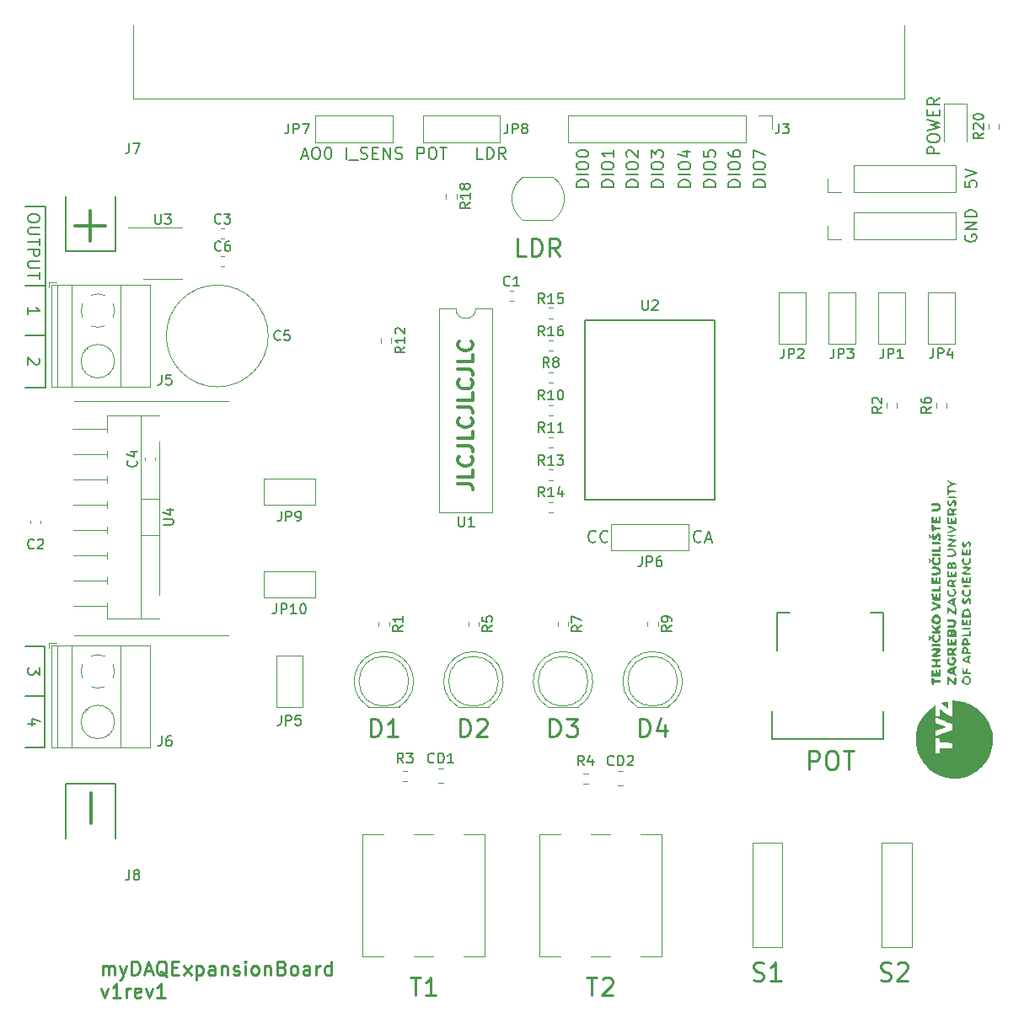
<source format=gbr>
%TF.GenerationSoftware,KiCad,Pcbnew,(6.0.6)*%
%TF.CreationDate,2022-09-15T12:52:00+02:00*%
%TF.ProjectId,myDAQExpansionBoard,6d794441-5145-4787-9061-6e73696f6e42,rev?*%
%TF.SameCoordinates,Original*%
%TF.FileFunction,Legend,Top*%
%TF.FilePolarity,Positive*%
%FSLAX46Y46*%
G04 Gerber Fmt 4.6, Leading zero omitted, Abs format (unit mm)*
G04 Created by KiCad (PCBNEW (6.0.6)) date 2022-09-15 12:52:00*
%MOMM*%
%LPD*%
G01*
G04 APERTURE LIST*
%ADD10C,0.150000*%
%ADD11C,0.200000*%
%ADD12C,0.250000*%
%ADD13C,0.300000*%
%ADD14C,0.240000*%
%ADD15C,0.120000*%
G04 APERTURE END LIST*
D10*
X69750000Y-60500000D02*
X71750000Y-60500000D01*
X73750000Y-110500000D02*
X73750000Y-116000000D01*
X71750000Y-52500000D02*
X71750000Y-70700000D01*
X71700000Y-96700000D02*
X71700000Y-106900000D01*
X78750000Y-110500000D02*
X73750000Y-110500000D01*
X73750000Y-51500000D02*
X73750000Y-57000000D01*
X73750000Y-57000000D02*
X78750000Y-57000000D01*
X78750000Y-116000000D02*
X78750000Y-110500000D01*
X69750000Y-70700000D02*
X71750000Y-70700000D01*
X69700000Y-101700000D02*
X71700000Y-101700000D01*
X78750000Y-57000000D02*
X78750000Y-51500000D01*
X69700000Y-96700000D02*
X71700000Y-96700000D01*
X69700000Y-106900000D02*
X71700000Y-106900000D01*
X69750000Y-52500000D02*
X71750000Y-52500000D01*
X69750000Y-65500000D02*
X71750000Y-65500000D01*
D11*
X115671428Y-47792857D02*
X115100000Y-47792857D01*
X115100000Y-46592857D01*
X116071428Y-47792857D02*
X116071428Y-46592857D01*
X116357142Y-46592857D01*
X116528571Y-46650000D01*
X116642857Y-46764285D01*
X116700000Y-46878571D01*
X116757142Y-47107142D01*
X116757142Y-47278571D01*
X116700000Y-47507142D01*
X116642857Y-47621428D01*
X116528571Y-47735714D01*
X116357142Y-47792857D01*
X116071428Y-47792857D01*
X117957142Y-47792857D02*
X117557142Y-47221428D01*
X117271428Y-47792857D02*
X117271428Y-46592857D01*
X117728571Y-46592857D01*
X117842857Y-46650000D01*
X117900000Y-46707142D01*
X117957142Y-46821428D01*
X117957142Y-46992857D01*
X117900000Y-47107142D01*
X117842857Y-47164285D01*
X117728571Y-47221428D01*
X117271428Y-47221428D01*
X139042857Y-50550000D02*
X137842857Y-50550000D01*
X137842857Y-50264285D01*
X137900000Y-50092857D01*
X138014285Y-49978571D01*
X138128571Y-49921428D01*
X138357142Y-49864285D01*
X138528571Y-49864285D01*
X138757142Y-49921428D01*
X138871428Y-49978571D01*
X138985714Y-50092857D01*
X139042857Y-50264285D01*
X139042857Y-50550000D01*
X139042857Y-49350000D02*
X137842857Y-49350000D01*
X137842857Y-48550000D02*
X137842857Y-48321428D01*
X137900000Y-48207142D01*
X138014285Y-48092857D01*
X138242857Y-48035714D01*
X138642857Y-48035714D01*
X138871428Y-48092857D01*
X138985714Y-48207142D01*
X139042857Y-48321428D01*
X139042857Y-48550000D01*
X138985714Y-48664285D01*
X138871428Y-48778571D01*
X138642857Y-48835714D01*
X138242857Y-48835714D01*
X138014285Y-48778571D01*
X137900000Y-48664285D01*
X137842857Y-48550000D01*
X137842857Y-46950000D02*
X137842857Y-47521428D01*
X138414285Y-47578571D01*
X138357142Y-47521428D01*
X138300000Y-47407142D01*
X138300000Y-47121428D01*
X138357142Y-47007142D01*
X138414285Y-46950000D01*
X138528571Y-46892857D01*
X138814285Y-46892857D01*
X138928571Y-46950000D01*
X138985714Y-47007142D01*
X139042857Y-47121428D01*
X139042857Y-47407142D01*
X138985714Y-47521428D01*
X138928571Y-47578571D01*
X70757142Y-104558571D02*
X69957142Y-104558571D01*
X71214285Y-104272857D02*
X70357142Y-103987142D01*
X70357142Y-104730000D01*
D12*
X126128571Y-130014285D02*
X127157142Y-130014285D01*
X126642857Y-131814285D02*
X126642857Y-130014285D01*
X127671428Y-130185714D02*
X127757142Y-130100000D01*
X127928571Y-130014285D01*
X128357142Y-130014285D01*
X128528571Y-130100000D01*
X128614285Y-130185714D01*
X128700000Y-130357142D01*
X128700000Y-130528571D01*
X128614285Y-130785714D01*
X127585714Y-131814285D01*
X128700000Y-131814285D01*
X142878571Y-130228571D02*
X143135714Y-130314285D01*
X143564285Y-130314285D01*
X143735714Y-130228571D01*
X143821428Y-130142857D01*
X143907142Y-129971428D01*
X143907142Y-129800000D01*
X143821428Y-129628571D01*
X143735714Y-129542857D01*
X143564285Y-129457142D01*
X143221428Y-129371428D01*
X143050000Y-129285714D01*
X142964285Y-129200000D01*
X142878571Y-129028571D01*
X142878571Y-128857142D01*
X142964285Y-128685714D01*
X143050000Y-128600000D01*
X143221428Y-128514285D01*
X143650000Y-128514285D01*
X143907142Y-128600000D01*
X145621428Y-130314285D02*
X144592857Y-130314285D01*
X145107142Y-130314285D02*
X145107142Y-128514285D01*
X144935714Y-128771428D01*
X144764285Y-128942857D01*
X144592857Y-129028571D01*
D11*
X131292857Y-50550000D02*
X130092857Y-50550000D01*
X130092857Y-50264285D01*
X130150000Y-50092857D01*
X130264285Y-49978571D01*
X130378571Y-49921428D01*
X130607142Y-49864285D01*
X130778571Y-49864285D01*
X131007142Y-49921428D01*
X131121428Y-49978571D01*
X131235714Y-50092857D01*
X131292857Y-50264285D01*
X131292857Y-50550000D01*
X131292857Y-49350000D02*
X130092857Y-49350000D01*
X130092857Y-48550000D02*
X130092857Y-48321428D01*
X130150000Y-48207142D01*
X130264285Y-48092857D01*
X130492857Y-48035714D01*
X130892857Y-48035714D01*
X131121428Y-48092857D01*
X131235714Y-48207142D01*
X131292857Y-48321428D01*
X131292857Y-48550000D01*
X131235714Y-48664285D01*
X131121428Y-48778571D01*
X130892857Y-48835714D01*
X130492857Y-48835714D01*
X130264285Y-48778571D01*
X130150000Y-48664285D01*
X130092857Y-48550000D01*
X130207142Y-47578571D02*
X130150000Y-47521428D01*
X130092857Y-47407142D01*
X130092857Y-47121428D01*
X130150000Y-47007142D01*
X130207142Y-46950000D01*
X130321428Y-46892857D01*
X130435714Y-46892857D01*
X130607142Y-46950000D01*
X131292857Y-47635714D01*
X131292857Y-46892857D01*
X109100000Y-47792857D02*
X109100000Y-46592857D01*
X109557142Y-46592857D01*
X109671428Y-46650000D01*
X109728571Y-46707142D01*
X109785714Y-46821428D01*
X109785714Y-46992857D01*
X109728571Y-47107142D01*
X109671428Y-47164285D01*
X109557142Y-47221428D01*
X109100000Y-47221428D01*
X110528571Y-46592857D02*
X110757142Y-46592857D01*
X110871428Y-46650000D01*
X110985714Y-46764285D01*
X111042857Y-46992857D01*
X111042857Y-47392857D01*
X110985714Y-47621428D01*
X110871428Y-47735714D01*
X110757142Y-47792857D01*
X110528571Y-47792857D01*
X110414285Y-47735714D01*
X110300000Y-47621428D01*
X110242857Y-47392857D01*
X110242857Y-46992857D01*
X110300000Y-46764285D01*
X110414285Y-46650000D01*
X110528571Y-46592857D01*
X111385714Y-46592857D02*
X112071428Y-46592857D01*
X111728571Y-47792857D02*
X111728571Y-46592857D01*
X141542857Y-50550000D02*
X140342857Y-50550000D01*
X140342857Y-50264285D01*
X140400000Y-50092857D01*
X140514285Y-49978571D01*
X140628571Y-49921428D01*
X140857142Y-49864285D01*
X141028571Y-49864285D01*
X141257142Y-49921428D01*
X141371428Y-49978571D01*
X141485714Y-50092857D01*
X141542857Y-50264285D01*
X141542857Y-50550000D01*
X141542857Y-49350000D02*
X140342857Y-49350000D01*
X140342857Y-48550000D02*
X140342857Y-48321428D01*
X140400000Y-48207142D01*
X140514285Y-48092857D01*
X140742857Y-48035714D01*
X141142857Y-48035714D01*
X141371428Y-48092857D01*
X141485714Y-48207142D01*
X141542857Y-48321428D01*
X141542857Y-48550000D01*
X141485714Y-48664285D01*
X141371428Y-48778571D01*
X141142857Y-48835714D01*
X140742857Y-48835714D01*
X140514285Y-48778571D01*
X140400000Y-48664285D01*
X140342857Y-48550000D01*
X140342857Y-47007142D02*
X140342857Y-47235714D01*
X140400000Y-47350000D01*
X140457142Y-47407142D01*
X140628571Y-47521428D01*
X140857142Y-47578571D01*
X141314285Y-47578571D01*
X141428571Y-47521428D01*
X141485714Y-47464285D01*
X141542857Y-47350000D01*
X141542857Y-47121428D01*
X141485714Y-47007142D01*
X141428571Y-46950000D01*
X141314285Y-46892857D01*
X141028571Y-46892857D01*
X140914285Y-46950000D01*
X140857142Y-47007142D01*
X140800000Y-47121428D01*
X140800000Y-47350000D01*
X140857142Y-47464285D01*
X140914285Y-47521428D01*
X141028571Y-47578571D01*
D12*
X155628571Y-130228571D02*
X155885714Y-130314285D01*
X156314285Y-130314285D01*
X156485714Y-130228571D01*
X156571428Y-130142857D01*
X156657142Y-129971428D01*
X156657142Y-129800000D01*
X156571428Y-129628571D01*
X156485714Y-129542857D01*
X156314285Y-129457142D01*
X155971428Y-129371428D01*
X155800000Y-129285714D01*
X155714285Y-129200000D01*
X155628571Y-129028571D01*
X155628571Y-128857142D01*
X155714285Y-128685714D01*
X155800000Y-128600000D01*
X155971428Y-128514285D01*
X156400000Y-128514285D01*
X156657142Y-128600000D01*
X157342857Y-128685714D02*
X157428571Y-128600000D01*
X157600000Y-128514285D01*
X158028571Y-128514285D01*
X158200000Y-128600000D01*
X158285714Y-128685714D01*
X158371428Y-128857142D01*
X158371428Y-129028571D01*
X158285714Y-129285714D01*
X157257142Y-130314285D01*
X158371428Y-130314285D01*
D11*
X69957142Y-63342857D02*
X69957142Y-62657142D01*
X69957142Y-63000000D02*
X71157142Y-63000000D01*
X70985714Y-62885714D01*
X70871428Y-62771428D01*
X70814285Y-62657142D01*
X136542857Y-50550000D02*
X135342857Y-50550000D01*
X135342857Y-50264285D01*
X135400000Y-50092857D01*
X135514285Y-49978571D01*
X135628571Y-49921428D01*
X135857142Y-49864285D01*
X136028571Y-49864285D01*
X136257142Y-49921428D01*
X136371428Y-49978571D01*
X136485714Y-50092857D01*
X136542857Y-50264285D01*
X136542857Y-50550000D01*
X136542857Y-49350000D02*
X135342857Y-49350000D01*
X135342857Y-48550000D02*
X135342857Y-48321428D01*
X135400000Y-48207142D01*
X135514285Y-48092857D01*
X135742857Y-48035714D01*
X136142857Y-48035714D01*
X136371428Y-48092857D01*
X136485714Y-48207142D01*
X136542857Y-48321428D01*
X136542857Y-48550000D01*
X136485714Y-48664285D01*
X136371428Y-48778571D01*
X136142857Y-48835714D01*
X135742857Y-48835714D01*
X135514285Y-48778571D01*
X135400000Y-48664285D01*
X135342857Y-48550000D01*
X135742857Y-47007142D02*
X136542857Y-47007142D01*
X135285714Y-47292857D02*
X136142857Y-47578571D01*
X136142857Y-46835714D01*
X133792857Y-50550000D02*
X132592857Y-50550000D01*
X132592857Y-50264285D01*
X132650000Y-50092857D01*
X132764285Y-49978571D01*
X132878571Y-49921428D01*
X133107142Y-49864285D01*
X133278571Y-49864285D01*
X133507142Y-49921428D01*
X133621428Y-49978571D01*
X133735714Y-50092857D01*
X133792857Y-50264285D01*
X133792857Y-50550000D01*
X133792857Y-49350000D02*
X132592857Y-49350000D01*
X132592857Y-48550000D02*
X132592857Y-48321428D01*
X132650000Y-48207142D01*
X132764285Y-48092857D01*
X132992857Y-48035714D01*
X133392857Y-48035714D01*
X133621428Y-48092857D01*
X133735714Y-48207142D01*
X133792857Y-48321428D01*
X133792857Y-48550000D01*
X133735714Y-48664285D01*
X133621428Y-48778571D01*
X133392857Y-48835714D01*
X132992857Y-48835714D01*
X132764285Y-48778571D01*
X132650000Y-48664285D01*
X132592857Y-48550000D01*
X132592857Y-47635714D02*
X132592857Y-46892857D01*
X133050000Y-47292857D01*
X133050000Y-47121428D01*
X133107142Y-47007142D01*
X133164285Y-46950000D01*
X133278571Y-46892857D01*
X133564285Y-46892857D01*
X133678571Y-46950000D01*
X133735714Y-47007142D01*
X133792857Y-47121428D01*
X133792857Y-47464285D01*
X133735714Y-47578571D01*
X133678571Y-47635714D01*
X126292857Y-50550000D02*
X125092857Y-50550000D01*
X125092857Y-50264285D01*
X125150000Y-50092857D01*
X125264285Y-49978571D01*
X125378571Y-49921428D01*
X125607142Y-49864285D01*
X125778571Y-49864285D01*
X126007142Y-49921428D01*
X126121428Y-49978571D01*
X126235714Y-50092857D01*
X126292857Y-50264285D01*
X126292857Y-50550000D01*
X126292857Y-49350000D02*
X125092857Y-49350000D01*
X125092857Y-48550000D02*
X125092857Y-48321428D01*
X125150000Y-48207142D01*
X125264285Y-48092857D01*
X125492857Y-48035714D01*
X125892857Y-48035714D01*
X126121428Y-48092857D01*
X126235714Y-48207142D01*
X126292857Y-48321428D01*
X126292857Y-48550000D01*
X126235714Y-48664285D01*
X126121428Y-48778571D01*
X125892857Y-48835714D01*
X125492857Y-48835714D01*
X125264285Y-48778571D01*
X125150000Y-48664285D01*
X125092857Y-48550000D01*
X125092857Y-47292857D02*
X125092857Y-47178571D01*
X125150000Y-47064285D01*
X125207142Y-47007142D01*
X125321428Y-46950000D01*
X125550000Y-46892857D01*
X125835714Y-46892857D01*
X126064285Y-46950000D01*
X126178571Y-47007142D01*
X126235714Y-47064285D01*
X126292857Y-47178571D01*
X126292857Y-47292857D01*
X126235714Y-47407142D01*
X126178571Y-47464285D01*
X126064285Y-47521428D01*
X125835714Y-47578571D01*
X125550000Y-47578571D01*
X125321428Y-47521428D01*
X125207142Y-47464285D01*
X125150000Y-47407142D01*
X125092857Y-47292857D01*
X71157142Y-53614285D02*
X71157142Y-53842857D01*
X71100000Y-53957142D01*
X70985714Y-54071428D01*
X70757142Y-54128571D01*
X70357142Y-54128571D01*
X70128571Y-54071428D01*
X70014285Y-53957142D01*
X69957142Y-53842857D01*
X69957142Y-53614285D01*
X70014285Y-53500000D01*
X70128571Y-53385714D01*
X70357142Y-53328571D01*
X70757142Y-53328571D01*
X70985714Y-53385714D01*
X71100000Y-53500000D01*
X71157142Y-53614285D01*
X71157142Y-54642857D02*
X70185714Y-54642857D01*
X70071428Y-54700000D01*
X70014285Y-54757142D01*
X69957142Y-54871428D01*
X69957142Y-55100000D01*
X70014285Y-55214285D01*
X70071428Y-55271428D01*
X70185714Y-55328571D01*
X71157142Y-55328571D01*
X71157142Y-55728571D02*
X71157142Y-56414285D01*
X69957142Y-56071428D02*
X71157142Y-56071428D01*
X69957142Y-56814285D02*
X71157142Y-56814285D01*
X71157142Y-57271428D01*
X71100000Y-57385714D01*
X71042857Y-57442857D01*
X70928571Y-57500000D01*
X70757142Y-57500000D01*
X70642857Y-57442857D01*
X70585714Y-57385714D01*
X70528571Y-57271428D01*
X70528571Y-56814285D01*
X71157142Y-58014285D02*
X70185714Y-58014285D01*
X70071428Y-58071428D01*
X70014285Y-58128571D01*
X69957142Y-58242857D01*
X69957142Y-58471428D01*
X70014285Y-58585714D01*
X70071428Y-58642857D01*
X70185714Y-58700000D01*
X71157142Y-58700000D01*
X71157142Y-59100000D02*
X71157142Y-59785714D01*
X69957142Y-59442857D02*
X71157142Y-59442857D01*
X101978571Y-47792857D02*
X101978571Y-46592857D01*
X102264285Y-47907142D02*
X103178571Y-47907142D01*
X103407142Y-47735714D02*
X103578571Y-47792857D01*
X103864285Y-47792857D01*
X103978571Y-47735714D01*
X104035714Y-47678571D01*
X104092857Y-47564285D01*
X104092857Y-47450000D01*
X104035714Y-47335714D01*
X103978571Y-47278571D01*
X103864285Y-47221428D01*
X103635714Y-47164285D01*
X103521428Y-47107142D01*
X103464285Y-47050000D01*
X103407142Y-46935714D01*
X103407142Y-46821428D01*
X103464285Y-46707142D01*
X103521428Y-46650000D01*
X103635714Y-46592857D01*
X103921428Y-46592857D01*
X104092857Y-46650000D01*
X104607142Y-47164285D02*
X105007142Y-47164285D01*
X105178571Y-47792857D02*
X104607142Y-47792857D01*
X104607142Y-46592857D01*
X105178571Y-46592857D01*
X105692857Y-47792857D02*
X105692857Y-46592857D01*
X106378571Y-47792857D01*
X106378571Y-46592857D01*
X106892857Y-47735714D02*
X107064285Y-47792857D01*
X107350000Y-47792857D01*
X107464285Y-47735714D01*
X107521428Y-47678571D01*
X107578571Y-47564285D01*
X107578571Y-47450000D01*
X107521428Y-47335714D01*
X107464285Y-47278571D01*
X107350000Y-47221428D01*
X107121428Y-47164285D01*
X107007142Y-47107142D01*
X106950000Y-47050000D01*
X106892857Y-46935714D01*
X106892857Y-46821428D01*
X106950000Y-46707142D01*
X107007142Y-46650000D01*
X107121428Y-46592857D01*
X107407142Y-46592857D01*
X107578571Y-46650000D01*
X97514285Y-47450000D02*
X98085714Y-47450000D01*
X97400000Y-47792857D02*
X97800000Y-46592857D01*
X98200000Y-47792857D01*
X98828571Y-46592857D02*
X99057142Y-46592857D01*
X99171428Y-46650000D01*
X99285714Y-46764285D01*
X99342857Y-46992857D01*
X99342857Y-47392857D01*
X99285714Y-47621428D01*
X99171428Y-47735714D01*
X99057142Y-47792857D01*
X98828571Y-47792857D01*
X98714285Y-47735714D01*
X98600000Y-47621428D01*
X98542857Y-47392857D01*
X98542857Y-46992857D01*
X98600000Y-46764285D01*
X98714285Y-46650000D01*
X98828571Y-46592857D01*
X100085714Y-46592857D02*
X100200000Y-46592857D01*
X100314285Y-46650000D01*
X100371428Y-46707142D01*
X100428571Y-46821428D01*
X100485714Y-47050000D01*
X100485714Y-47335714D01*
X100428571Y-47564285D01*
X100371428Y-47678571D01*
X100314285Y-47735714D01*
X100200000Y-47792857D01*
X100085714Y-47792857D01*
X99971428Y-47735714D01*
X99914285Y-47678571D01*
X99857142Y-47564285D01*
X99800000Y-47335714D01*
X99800000Y-47050000D01*
X99857142Y-46821428D01*
X99914285Y-46707142D01*
X99971428Y-46650000D01*
X100085714Y-46592857D01*
D12*
X120007142Y-57564285D02*
X119150000Y-57564285D01*
X119150000Y-55764285D01*
X120607142Y-57564285D02*
X120607142Y-55764285D01*
X121035714Y-55764285D01*
X121292857Y-55850000D01*
X121464285Y-56021428D01*
X121550000Y-56192857D01*
X121635714Y-56535714D01*
X121635714Y-56792857D01*
X121550000Y-57135714D01*
X121464285Y-57307142D01*
X121292857Y-57478571D01*
X121035714Y-57564285D01*
X120607142Y-57564285D01*
X123435714Y-57564285D02*
X122835714Y-56707142D01*
X122407142Y-57564285D02*
X122407142Y-55764285D01*
X123092857Y-55764285D01*
X123264285Y-55850000D01*
X123350000Y-55935714D01*
X123435714Y-56107142D01*
X123435714Y-56364285D01*
X123350000Y-56535714D01*
X123264285Y-56621428D01*
X123092857Y-56707142D01*
X122407142Y-56707142D01*
D11*
X71157142Y-98850000D02*
X71157142Y-99592857D01*
X70700000Y-99192857D01*
X70700000Y-99364285D01*
X70642857Y-99478571D01*
X70585714Y-99535714D01*
X70471428Y-99592857D01*
X70185714Y-99592857D01*
X70071428Y-99535714D01*
X70014285Y-99478571D01*
X69957142Y-99364285D01*
X69957142Y-99021428D01*
X70014285Y-98907142D01*
X70071428Y-98850000D01*
D13*
X113178571Y-80428571D02*
X114250000Y-80428571D01*
X114464285Y-80500000D01*
X114607142Y-80642857D01*
X114678571Y-80857142D01*
X114678571Y-81000000D01*
X114678571Y-79000000D02*
X114678571Y-79714285D01*
X113178571Y-79714285D01*
X114535714Y-77642857D02*
X114607142Y-77714285D01*
X114678571Y-77928571D01*
X114678571Y-78071428D01*
X114607142Y-78285714D01*
X114464285Y-78428571D01*
X114321428Y-78500000D01*
X114035714Y-78571428D01*
X113821428Y-78571428D01*
X113535714Y-78500000D01*
X113392857Y-78428571D01*
X113250000Y-78285714D01*
X113178571Y-78071428D01*
X113178571Y-77928571D01*
X113250000Y-77714285D01*
X113321428Y-77642857D01*
X113178571Y-76571428D02*
X114250000Y-76571428D01*
X114464285Y-76642857D01*
X114607142Y-76785714D01*
X114678571Y-77000000D01*
X114678571Y-77142857D01*
X114678571Y-75142857D02*
X114678571Y-75857142D01*
X113178571Y-75857142D01*
X114535714Y-73785714D02*
X114607142Y-73857142D01*
X114678571Y-74071428D01*
X114678571Y-74214285D01*
X114607142Y-74428571D01*
X114464285Y-74571428D01*
X114321428Y-74642857D01*
X114035714Y-74714285D01*
X113821428Y-74714285D01*
X113535714Y-74642857D01*
X113392857Y-74571428D01*
X113250000Y-74428571D01*
X113178571Y-74214285D01*
X113178571Y-74071428D01*
X113250000Y-73857142D01*
X113321428Y-73785714D01*
X113178571Y-72714285D02*
X114250000Y-72714285D01*
X114464285Y-72785714D01*
X114607142Y-72928571D01*
X114678571Y-73142857D01*
X114678571Y-73285714D01*
X114678571Y-71285714D02*
X114678571Y-72000000D01*
X113178571Y-72000000D01*
X114535714Y-69928571D02*
X114607142Y-70000000D01*
X114678571Y-70214285D01*
X114678571Y-70357142D01*
X114607142Y-70571428D01*
X114464285Y-70714285D01*
X114321428Y-70785714D01*
X114035714Y-70857142D01*
X113821428Y-70857142D01*
X113535714Y-70785714D01*
X113392857Y-70714285D01*
X113250000Y-70571428D01*
X113178571Y-70357142D01*
X113178571Y-70214285D01*
X113250000Y-70000000D01*
X113321428Y-69928571D01*
X113178571Y-68857142D02*
X114250000Y-68857142D01*
X114464285Y-68928571D01*
X114607142Y-69071428D01*
X114678571Y-69285714D01*
X114678571Y-69428571D01*
X114678571Y-67428571D02*
X114678571Y-68142857D01*
X113178571Y-68142857D01*
X114535714Y-66071428D02*
X114607142Y-66142857D01*
X114678571Y-66357142D01*
X114678571Y-66500000D01*
X114607142Y-66714285D01*
X114464285Y-66857142D01*
X114321428Y-66928571D01*
X114035714Y-67000000D01*
X113821428Y-67000000D01*
X113535714Y-66928571D01*
X113392857Y-66857142D01*
X113250000Y-66714285D01*
X113178571Y-66500000D01*
X113178571Y-66357142D01*
X113250000Y-66142857D01*
X113321428Y-66071428D01*
D12*
X108378571Y-130014285D02*
X109407142Y-130014285D01*
X108892857Y-131814285D02*
X108892857Y-130014285D01*
X110950000Y-131814285D02*
X109921428Y-131814285D01*
X110435714Y-131814285D02*
X110435714Y-130014285D01*
X110264285Y-130271428D01*
X110092857Y-130442857D01*
X109921428Y-130528571D01*
D11*
X164150000Y-55414285D02*
X164092857Y-55528571D01*
X164092857Y-55700000D01*
X164150000Y-55871428D01*
X164264285Y-55985714D01*
X164378571Y-56042857D01*
X164607142Y-56100000D01*
X164778571Y-56100000D01*
X165007142Y-56042857D01*
X165121428Y-55985714D01*
X165235714Y-55871428D01*
X165292857Y-55700000D01*
X165292857Y-55585714D01*
X165235714Y-55414285D01*
X165178571Y-55357142D01*
X164778571Y-55357142D01*
X164778571Y-55585714D01*
X165292857Y-54842857D02*
X164092857Y-54842857D01*
X165292857Y-54157142D01*
X164092857Y-54157142D01*
X165292857Y-53585714D02*
X164092857Y-53585714D01*
X164092857Y-53300000D01*
X164150000Y-53128571D01*
X164264285Y-53014285D01*
X164378571Y-52957142D01*
X164607142Y-52900000D01*
X164778571Y-52900000D01*
X165007142Y-52957142D01*
X165121428Y-53014285D01*
X165235714Y-53128571D01*
X165292857Y-53300000D01*
X165292857Y-53585714D01*
D12*
X148460500Y-109064285D02*
X148460500Y-107264285D01*
X149146214Y-107264285D01*
X149317642Y-107350000D01*
X149403357Y-107435714D01*
X149489071Y-107607142D01*
X149489071Y-107864285D01*
X149403357Y-108035714D01*
X149317642Y-108121428D01*
X149146214Y-108207142D01*
X148460500Y-108207142D01*
X150603357Y-107264285D02*
X150946214Y-107264285D01*
X151117642Y-107350000D01*
X151289071Y-107521428D01*
X151374785Y-107864285D01*
X151374785Y-108464285D01*
X151289071Y-108807142D01*
X151117642Y-108978571D01*
X150946214Y-109064285D01*
X150603357Y-109064285D01*
X150431928Y-108978571D01*
X150260500Y-108807142D01*
X150174785Y-108464285D01*
X150174785Y-107864285D01*
X150260500Y-107521428D01*
X150431928Y-107350000D01*
X150603357Y-107264285D01*
X151889071Y-107264285D02*
X152917642Y-107264285D01*
X152403357Y-109064285D02*
X152403357Y-107264285D01*
D11*
X164092857Y-49978571D02*
X164092857Y-50550000D01*
X164664285Y-50607142D01*
X164607142Y-50550000D01*
X164550000Y-50435714D01*
X164550000Y-50150000D01*
X164607142Y-50035714D01*
X164664285Y-49978571D01*
X164778571Y-49921428D01*
X165064285Y-49921428D01*
X165178571Y-49978571D01*
X165235714Y-50035714D01*
X165292857Y-50150000D01*
X165292857Y-50435714D01*
X165235714Y-50550000D01*
X165178571Y-50607142D01*
X164092857Y-49578571D02*
X165292857Y-49178571D01*
X164092857Y-48778571D01*
X137607142Y-86178571D02*
X137550000Y-86235714D01*
X137378571Y-86292857D01*
X137264285Y-86292857D01*
X137092857Y-86235714D01*
X136978571Y-86121428D01*
X136921428Y-86007142D01*
X136864285Y-85778571D01*
X136864285Y-85607142D01*
X136921428Y-85378571D01*
X136978571Y-85264285D01*
X137092857Y-85150000D01*
X137264285Y-85092857D01*
X137378571Y-85092857D01*
X137550000Y-85150000D01*
X137607142Y-85207142D01*
X138064285Y-85950000D02*
X138635714Y-85950000D01*
X137950000Y-86292857D02*
X138350000Y-85092857D01*
X138750000Y-86292857D01*
X144042857Y-50550000D02*
X142842857Y-50550000D01*
X142842857Y-50264285D01*
X142900000Y-50092857D01*
X143014285Y-49978571D01*
X143128571Y-49921428D01*
X143357142Y-49864285D01*
X143528571Y-49864285D01*
X143757142Y-49921428D01*
X143871428Y-49978571D01*
X143985714Y-50092857D01*
X144042857Y-50264285D01*
X144042857Y-50550000D01*
X144042857Y-49350000D02*
X142842857Y-49350000D01*
X142842857Y-48550000D02*
X142842857Y-48321428D01*
X142900000Y-48207142D01*
X143014285Y-48092857D01*
X143242857Y-48035714D01*
X143642857Y-48035714D01*
X143871428Y-48092857D01*
X143985714Y-48207142D01*
X144042857Y-48321428D01*
X144042857Y-48550000D01*
X143985714Y-48664285D01*
X143871428Y-48778571D01*
X143642857Y-48835714D01*
X143242857Y-48835714D01*
X143014285Y-48778571D01*
X142900000Y-48664285D01*
X142842857Y-48550000D01*
X142842857Y-47635714D02*
X142842857Y-46835714D01*
X144042857Y-47350000D01*
X128792857Y-50550000D02*
X127592857Y-50550000D01*
X127592857Y-50264285D01*
X127650000Y-50092857D01*
X127764285Y-49978571D01*
X127878571Y-49921428D01*
X128107142Y-49864285D01*
X128278571Y-49864285D01*
X128507142Y-49921428D01*
X128621428Y-49978571D01*
X128735714Y-50092857D01*
X128792857Y-50264285D01*
X128792857Y-50550000D01*
X128792857Y-49350000D02*
X127592857Y-49350000D01*
X127592857Y-48550000D02*
X127592857Y-48321428D01*
X127650000Y-48207142D01*
X127764285Y-48092857D01*
X127992857Y-48035714D01*
X128392857Y-48035714D01*
X128621428Y-48092857D01*
X128735714Y-48207142D01*
X128792857Y-48321428D01*
X128792857Y-48550000D01*
X128735714Y-48664285D01*
X128621428Y-48778571D01*
X128392857Y-48835714D01*
X127992857Y-48835714D01*
X127764285Y-48778571D01*
X127650000Y-48664285D01*
X127592857Y-48550000D01*
X128792857Y-46892857D02*
X128792857Y-47578571D01*
X128792857Y-47235714D02*
X127592857Y-47235714D01*
X127764285Y-47350000D01*
X127878571Y-47464285D01*
X127935714Y-47578571D01*
X161542857Y-47221428D02*
X160342857Y-47221428D01*
X160342857Y-46764285D01*
X160400000Y-46650000D01*
X160457142Y-46592857D01*
X160571428Y-46535714D01*
X160742857Y-46535714D01*
X160857142Y-46592857D01*
X160914285Y-46650000D01*
X160971428Y-46764285D01*
X160971428Y-47221428D01*
X160342857Y-45792857D02*
X160342857Y-45564285D01*
X160400000Y-45450000D01*
X160514285Y-45335714D01*
X160742857Y-45278571D01*
X161142857Y-45278571D01*
X161371428Y-45335714D01*
X161485714Y-45450000D01*
X161542857Y-45564285D01*
X161542857Y-45792857D01*
X161485714Y-45907142D01*
X161371428Y-46021428D01*
X161142857Y-46078571D01*
X160742857Y-46078571D01*
X160514285Y-46021428D01*
X160400000Y-45907142D01*
X160342857Y-45792857D01*
X160342857Y-44878571D02*
X161542857Y-44592857D01*
X160685714Y-44364285D01*
X161542857Y-44135714D01*
X160342857Y-43850000D01*
X160914285Y-43392857D02*
X160914285Y-42992857D01*
X161542857Y-42821428D02*
X161542857Y-43392857D01*
X160342857Y-43392857D01*
X160342857Y-42821428D01*
X161542857Y-41621428D02*
X160971428Y-42021428D01*
X161542857Y-42307142D02*
X160342857Y-42307142D01*
X160342857Y-41850000D01*
X160400000Y-41735714D01*
X160457142Y-41678571D01*
X160571428Y-41621428D01*
X160742857Y-41621428D01*
X160857142Y-41678571D01*
X160914285Y-41735714D01*
X160971428Y-41850000D01*
X160971428Y-42307142D01*
D13*
X76214285Y-52976190D02*
X76214285Y-56023809D01*
X74690476Y-54500000D02*
X77738095Y-54500000D01*
X76285714Y-114523809D02*
X76285714Y-111476190D01*
D11*
X127021428Y-86178571D02*
X126964285Y-86235714D01*
X126792857Y-86292857D01*
X126678571Y-86292857D01*
X126507142Y-86235714D01*
X126392857Y-86121428D01*
X126335714Y-86007142D01*
X126278571Y-85778571D01*
X126278571Y-85607142D01*
X126335714Y-85378571D01*
X126392857Y-85264285D01*
X126507142Y-85150000D01*
X126678571Y-85092857D01*
X126792857Y-85092857D01*
X126964285Y-85150000D01*
X127021428Y-85207142D01*
X128221428Y-86178571D02*
X128164285Y-86235714D01*
X127992857Y-86292857D01*
X127878571Y-86292857D01*
X127707142Y-86235714D01*
X127592857Y-86121428D01*
X127535714Y-86007142D01*
X127478571Y-85778571D01*
X127478571Y-85607142D01*
X127535714Y-85378571D01*
X127592857Y-85264285D01*
X127707142Y-85150000D01*
X127878571Y-85092857D01*
X127992857Y-85092857D01*
X128164285Y-85150000D01*
X128221428Y-85207142D01*
D14*
X77489333Y-129756333D02*
X77489333Y-128823000D01*
X77489333Y-128956333D02*
X77556000Y-128889666D01*
X77689333Y-128823000D01*
X77889333Y-128823000D01*
X78022666Y-128889666D01*
X78089333Y-129023000D01*
X78089333Y-129756333D01*
X78089333Y-129023000D02*
X78156000Y-128889666D01*
X78289333Y-128823000D01*
X78489333Y-128823000D01*
X78622666Y-128889666D01*
X78689333Y-129023000D01*
X78689333Y-129756333D01*
X79222666Y-128823000D02*
X79556000Y-129756333D01*
X79889333Y-128823000D02*
X79556000Y-129756333D01*
X79422666Y-130089666D01*
X79356000Y-130156333D01*
X79222666Y-130223000D01*
X80422666Y-129756333D02*
X80422666Y-128356333D01*
X80756000Y-128356333D01*
X80956000Y-128423000D01*
X81089333Y-128556333D01*
X81156000Y-128689666D01*
X81222666Y-128956333D01*
X81222666Y-129156333D01*
X81156000Y-129423000D01*
X81089333Y-129556333D01*
X80956000Y-129689666D01*
X80756000Y-129756333D01*
X80422666Y-129756333D01*
X81756000Y-129356333D02*
X82422666Y-129356333D01*
X81622666Y-129756333D02*
X82089333Y-128356333D01*
X82556000Y-129756333D01*
X83956000Y-129889666D02*
X83822666Y-129823000D01*
X83689333Y-129689666D01*
X83489333Y-129489666D01*
X83356000Y-129423000D01*
X83222666Y-129423000D01*
X83289333Y-129756333D02*
X83156000Y-129689666D01*
X83022666Y-129556333D01*
X82956000Y-129289666D01*
X82956000Y-128823000D01*
X83022666Y-128556333D01*
X83156000Y-128423000D01*
X83289333Y-128356333D01*
X83556000Y-128356333D01*
X83689333Y-128423000D01*
X83822666Y-128556333D01*
X83889333Y-128823000D01*
X83889333Y-129289666D01*
X83822666Y-129556333D01*
X83689333Y-129689666D01*
X83556000Y-129756333D01*
X83289333Y-129756333D01*
X84489333Y-129023000D02*
X84956000Y-129023000D01*
X85156000Y-129756333D02*
X84489333Y-129756333D01*
X84489333Y-128356333D01*
X85156000Y-128356333D01*
X85622666Y-129756333D02*
X86356000Y-128823000D01*
X85622666Y-128823000D02*
X86356000Y-129756333D01*
X86889333Y-128823000D02*
X86889333Y-130223000D01*
X86889333Y-128889666D02*
X87022666Y-128823000D01*
X87289333Y-128823000D01*
X87422666Y-128889666D01*
X87489333Y-128956333D01*
X87556000Y-129089666D01*
X87556000Y-129489666D01*
X87489333Y-129623000D01*
X87422666Y-129689666D01*
X87289333Y-129756333D01*
X87022666Y-129756333D01*
X86889333Y-129689666D01*
X88756000Y-129756333D02*
X88756000Y-129023000D01*
X88689333Y-128889666D01*
X88556000Y-128823000D01*
X88289333Y-128823000D01*
X88156000Y-128889666D01*
X88756000Y-129689666D02*
X88622666Y-129756333D01*
X88289333Y-129756333D01*
X88156000Y-129689666D01*
X88089333Y-129556333D01*
X88089333Y-129423000D01*
X88156000Y-129289666D01*
X88289333Y-129223000D01*
X88622666Y-129223000D01*
X88756000Y-129156333D01*
X89422666Y-128823000D02*
X89422666Y-129756333D01*
X89422666Y-128956333D02*
X89489333Y-128889666D01*
X89622666Y-128823000D01*
X89822666Y-128823000D01*
X89956000Y-128889666D01*
X90022666Y-129023000D01*
X90022666Y-129756333D01*
X90622666Y-129689666D02*
X90756000Y-129756333D01*
X91022666Y-129756333D01*
X91156000Y-129689666D01*
X91222666Y-129556333D01*
X91222666Y-129489666D01*
X91156000Y-129356333D01*
X91022666Y-129289666D01*
X90822666Y-129289666D01*
X90689333Y-129223000D01*
X90622666Y-129089666D01*
X90622666Y-129023000D01*
X90689333Y-128889666D01*
X90822666Y-128823000D01*
X91022666Y-128823000D01*
X91156000Y-128889666D01*
X91822666Y-129756333D02*
X91822666Y-128823000D01*
X91822666Y-128356333D02*
X91756000Y-128423000D01*
X91822666Y-128489666D01*
X91889333Y-128423000D01*
X91822666Y-128356333D01*
X91822666Y-128489666D01*
X92689333Y-129756333D02*
X92556000Y-129689666D01*
X92489333Y-129623000D01*
X92422666Y-129489666D01*
X92422666Y-129089666D01*
X92489333Y-128956333D01*
X92556000Y-128889666D01*
X92689333Y-128823000D01*
X92889333Y-128823000D01*
X93022666Y-128889666D01*
X93089333Y-128956333D01*
X93156000Y-129089666D01*
X93156000Y-129489666D01*
X93089333Y-129623000D01*
X93022666Y-129689666D01*
X92889333Y-129756333D01*
X92689333Y-129756333D01*
X93756000Y-128823000D02*
X93756000Y-129756333D01*
X93756000Y-128956333D02*
X93822666Y-128889666D01*
X93956000Y-128823000D01*
X94156000Y-128823000D01*
X94289333Y-128889666D01*
X94356000Y-129023000D01*
X94356000Y-129756333D01*
X95489333Y-129023000D02*
X95689333Y-129089666D01*
X95756000Y-129156333D01*
X95822666Y-129289666D01*
X95822666Y-129489666D01*
X95756000Y-129623000D01*
X95689333Y-129689666D01*
X95556000Y-129756333D01*
X95022666Y-129756333D01*
X95022666Y-128356333D01*
X95489333Y-128356333D01*
X95622666Y-128423000D01*
X95689333Y-128489666D01*
X95756000Y-128623000D01*
X95756000Y-128756333D01*
X95689333Y-128889666D01*
X95622666Y-128956333D01*
X95489333Y-129023000D01*
X95022666Y-129023000D01*
X96622666Y-129756333D02*
X96489333Y-129689666D01*
X96422666Y-129623000D01*
X96356000Y-129489666D01*
X96356000Y-129089666D01*
X96422666Y-128956333D01*
X96489333Y-128889666D01*
X96622666Y-128823000D01*
X96822666Y-128823000D01*
X96956000Y-128889666D01*
X97022666Y-128956333D01*
X97089333Y-129089666D01*
X97089333Y-129489666D01*
X97022666Y-129623000D01*
X96956000Y-129689666D01*
X96822666Y-129756333D01*
X96622666Y-129756333D01*
X98289333Y-129756333D02*
X98289333Y-129023000D01*
X98222666Y-128889666D01*
X98089333Y-128823000D01*
X97822666Y-128823000D01*
X97689333Y-128889666D01*
X98289333Y-129689666D02*
X98156000Y-129756333D01*
X97822666Y-129756333D01*
X97689333Y-129689666D01*
X97622666Y-129556333D01*
X97622666Y-129423000D01*
X97689333Y-129289666D01*
X97822666Y-129223000D01*
X98156000Y-129223000D01*
X98289333Y-129156333D01*
X98956000Y-129756333D02*
X98956000Y-128823000D01*
X98956000Y-129089666D02*
X99022666Y-128956333D01*
X99089333Y-128889666D01*
X99222666Y-128823000D01*
X99356000Y-128823000D01*
X100422666Y-129756333D02*
X100422666Y-128356333D01*
X100422666Y-129689666D02*
X100289333Y-129756333D01*
X100022666Y-129756333D01*
X99889333Y-129689666D01*
X99822666Y-129623000D01*
X99756000Y-129489666D01*
X99756000Y-129089666D01*
X99822666Y-128956333D01*
X99889333Y-128889666D01*
X100022666Y-128823000D01*
X100289333Y-128823000D01*
X100422666Y-128889666D01*
X77356000Y-131077000D02*
X77689333Y-132010333D01*
X78022666Y-131077000D01*
X79289333Y-132010333D02*
X78489333Y-132010333D01*
X78889333Y-132010333D02*
X78889333Y-130610333D01*
X78756000Y-130810333D01*
X78622666Y-130943666D01*
X78489333Y-131010333D01*
X79889333Y-132010333D02*
X79889333Y-131077000D01*
X79889333Y-131343666D02*
X79956000Y-131210333D01*
X80022666Y-131143666D01*
X80156000Y-131077000D01*
X80289333Y-131077000D01*
X81289333Y-131943666D02*
X81156000Y-132010333D01*
X80889333Y-132010333D01*
X80756000Y-131943666D01*
X80689333Y-131810333D01*
X80689333Y-131277000D01*
X80756000Y-131143666D01*
X80889333Y-131077000D01*
X81156000Y-131077000D01*
X81289333Y-131143666D01*
X81356000Y-131277000D01*
X81356000Y-131410333D01*
X80689333Y-131543666D01*
X81822666Y-131077000D02*
X82156000Y-132010333D01*
X82489333Y-131077000D01*
X83756000Y-132010333D02*
X82956000Y-132010333D01*
X83356000Y-132010333D02*
X83356000Y-130610333D01*
X83222666Y-130810333D01*
X83089333Y-130943666D01*
X82956000Y-131010333D01*
D11*
X71042857Y-67737142D02*
X71100000Y-67794285D01*
X71157142Y-67908571D01*
X71157142Y-68194285D01*
X71100000Y-68308571D01*
X71042857Y-68365714D01*
X70928571Y-68422857D01*
X70814285Y-68422857D01*
X70642857Y-68365714D01*
X69957142Y-67680000D01*
X69957142Y-68422857D01*
D12*
%TO.C,D2*%
X113408928Y-105814285D02*
X113408928Y-104014285D01*
X113837500Y-104014285D01*
X114094642Y-104100000D01*
X114266071Y-104271428D01*
X114351785Y-104442857D01*
X114437500Y-104785714D01*
X114437500Y-105042857D01*
X114351785Y-105385714D01*
X114266071Y-105557142D01*
X114094642Y-105728571D01*
X113837500Y-105814285D01*
X113408928Y-105814285D01*
X115123214Y-104185714D02*
X115208928Y-104100000D01*
X115380357Y-104014285D01*
X115808928Y-104014285D01*
X115980357Y-104100000D01*
X116066071Y-104185714D01*
X116151785Y-104357142D01*
X116151785Y-104528571D01*
X116066071Y-104785714D01*
X115037500Y-105814285D01*
X116151785Y-105814285D01*
D10*
%TO.C,R20*%
X165952380Y-45142857D02*
X165476190Y-45476190D01*
X165952380Y-45714285D02*
X164952380Y-45714285D01*
X164952380Y-45333333D01*
X165000000Y-45238095D01*
X165047619Y-45190476D01*
X165142857Y-45142857D01*
X165285714Y-45142857D01*
X165380952Y-45190476D01*
X165428571Y-45238095D01*
X165476190Y-45333333D01*
X165476190Y-45714285D01*
X165047619Y-44761904D02*
X165000000Y-44714285D01*
X164952380Y-44619047D01*
X164952380Y-44380952D01*
X165000000Y-44285714D01*
X165047619Y-44238095D01*
X165142857Y-44190476D01*
X165238095Y-44190476D01*
X165380952Y-44238095D01*
X165952380Y-44809523D01*
X165952380Y-44190476D01*
X164952380Y-43571428D02*
X164952380Y-43476190D01*
X165000000Y-43380952D01*
X165047619Y-43333333D01*
X165142857Y-43285714D01*
X165333333Y-43238095D01*
X165571428Y-43238095D01*
X165761904Y-43285714D01*
X165857142Y-43333333D01*
X165904761Y-43380952D01*
X165952380Y-43476190D01*
X165952380Y-43571428D01*
X165904761Y-43666666D01*
X165857142Y-43714285D01*
X165761904Y-43761904D01*
X165571428Y-43809523D01*
X165333333Y-43809523D01*
X165142857Y-43761904D01*
X165047619Y-43714285D01*
X165000000Y-43666666D01*
X164952380Y-43571428D01*
%TO.C,R3*%
X107683333Y-108452380D02*
X107350000Y-107976190D01*
X107111904Y-108452380D02*
X107111904Y-107452380D01*
X107492857Y-107452380D01*
X107588095Y-107500000D01*
X107635714Y-107547619D01*
X107683333Y-107642857D01*
X107683333Y-107785714D01*
X107635714Y-107880952D01*
X107588095Y-107928571D01*
X107492857Y-107976190D01*
X107111904Y-107976190D01*
X108016666Y-107452380D02*
X108635714Y-107452380D01*
X108302380Y-107833333D01*
X108445238Y-107833333D01*
X108540476Y-107880952D01*
X108588095Y-107928571D01*
X108635714Y-108023809D01*
X108635714Y-108261904D01*
X108588095Y-108357142D01*
X108540476Y-108404761D01*
X108445238Y-108452380D01*
X108159523Y-108452380D01*
X108064285Y-108404761D01*
X108016666Y-108357142D01*
%TO.C,C5*%
X95333333Y-65902142D02*
X95285714Y-65949761D01*
X95142857Y-65997380D01*
X95047619Y-65997380D01*
X94904761Y-65949761D01*
X94809523Y-65854523D01*
X94761904Y-65759285D01*
X94714285Y-65568809D01*
X94714285Y-65425952D01*
X94761904Y-65235476D01*
X94809523Y-65140238D01*
X94904761Y-65045000D01*
X95047619Y-64997380D01*
X95142857Y-64997380D01*
X95285714Y-65045000D01*
X95333333Y-65092619D01*
X96238095Y-64997380D02*
X95761904Y-64997380D01*
X95714285Y-65473571D01*
X95761904Y-65425952D01*
X95857142Y-65378333D01*
X96095238Y-65378333D01*
X96190476Y-65425952D01*
X96238095Y-65473571D01*
X96285714Y-65568809D01*
X96285714Y-65806904D01*
X96238095Y-65902142D01*
X96190476Y-65949761D01*
X96095238Y-65997380D01*
X95857142Y-65997380D01*
X95761904Y-65949761D01*
X95714285Y-65902142D01*
%TO.C,R18*%
X114382380Y-52142857D02*
X113906190Y-52476190D01*
X114382380Y-52714285D02*
X113382380Y-52714285D01*
X113382380Y-52333333D01*
X113430000Y-52238095D01*
X113477619Y-52190476D01*
X113572857Y-52142857D01*
X113715714Y-52142857D01*
X113810952Y-52190476D01*
X113858571Y-52238095D01*
X113906190Y-52333333D01*
X113906190Y-52714285D01*
X114382380Y-51190476D02*
X114382380Y-51761904D01*
X114382380Y-51476190D02*
X113382380Y-51476190D01*
X113525238Y-51571428D01*
X113620476Y-51666666D01*
X113668095Y-51761904D01*
X113810952Y-50619047D02*
X113763333Y-50714285D01*
X113715714Y-50761904D01*
X113620476Y-50809523D01*
X113572857Y-50809523D01*
X113477619Y-50761904D01*
X113430000Y-50714285D01*
X113382380Y-50619047D01*
X113382380Y-50428571D01*
X113430000Y-50333333D01*
X113477619Y-50285714D01*
X113572857Y-50238095D01*
X113620476Y-50238095D01*
X113715714Y-50285714D01*
X113763333Y-50333333D01*
X113810952Y-50428571D01*
X113810952Y-50619047D01*
X113858571Y-50714285D01*
X113906190Y-50761904D01*
X114001428Y-50809523D01*
X114191904Y-50809523D01*
X114287142Y-50761904D01*
X114334761Y-50714285D01*
X114382380Y-50619047D01*
X114382380Y-50428571D01*
X114334761Y-50333333D01*
X114287142Y-50285714D01*
X114191904Y-50238095D01*
X114001428Y-50238095D01*
X113906190Y-50285714D01*
X113858571Y-50333333D01*
X113810952Y-50428571D01*
%TO.C,R8*%
X122333333Y-68702380D02*
X122000000Y-68226190D01*
X121761904Y-68702380D02*
X121761904Y-67702380D01*
X122142857Y-67702380D01*
X122238095Y-67750000D01*
X122285714Y-67797619D01*
X122333333Y-67892857D01*
X122333333Y-68035714D01*
X122285714Y-68130952D01*
X122238095Y-68178571D01*
X122142857Y-68226190D01*
X121761904Y-68226190D01*
X122904761Y-68130952D02*
X122809523Y-68083333D01*
X122761904Y-68035714D01*
X122714285Y-67940476D01*
X122714285Y-67892857D01*
X122761904Y-67797619D01*
X122809523Y-67750000D01*
X122904761Y-67702380D01*
X123095238Y-67702380D01*
X123190476Y-67750000D01*
X123238095Y-67797619D01*
X123285714Y-67892857D01*
X123285714Y-67940476D01*
X123238095Y-68035714D01*
X123190476Y-68083333D01*
X123095238Y-68130952D01*
X122904761Y-68130952D01*
X122809523Y-68178571D01*
X122761904Y-68226190D01*
X122714285Y-68321428D01*
X122714285Y-68511904D01*
X122761904Y-68607142D01*
X122809523Y-68654761D01*
X122904761Y-68702380D01*
X123095238Y-68702380D01*
X123190476Y-68654761D01*
X123238095Y-68607142D01*
X123285714Y-68511904D01*
X123285714Y-68321428D01*
X123238095Y-68226190D01*
X123190476Y-68178571D01*
X123095238Y-68130952D01*
%TO.C,R11*%
X121857142Y-75202380D02*
X121523809Y-74726190D01*
X121285714Y-75202380D02*
X121285714Y-74202380D01*
X121666666Y-74202380D01*
X121761904Y-74250000D01*
X121809523Y-74297619D01*
X121857142Y-74392857D01*
X121857142Y-74535714D01*
X121809523Y-74630952D01*
X121761904Y-74678571D01*
X121666666Y-74726190D01*
X121285714Y-74726190D01*
X122809523Y-75202380D02*
X122238095Y-75202380D01*
X122523809Y-75202380D02*
X122523809Y-74202380D01*
X122428571Y-74345238D01*
X122333333Y-74440476D01*
X122238095Y-74488095D01*
X123761904Y-75202380D02*
X123190476Y-75202380D01*
X123476190Y-75202380D02*
X123476190Y-74202380D01*
X123380952Y-74345238D01*
X123285714Y-74440476D01*
X123190476Y-74488095D01*
%TO.C,JP10*%
X94940476Y-92452380D02*
X94940476Y-93166666D01*
X94892857Y-93309523D01*
X94797619Y-93404761D01*
X94654761Y-93452380D01*
X94559523Y-93452380D01*
X95416666Y-93452380D02*
X95416666Y-92452380D01*
X95797619Y-92452380D01*
X95892857Y-92500000D01*
X95940476Y-92547619D01*
X95988095Y-92642857D01*
X95988095Y-92785714D01*
X95940476Y-92880952D01*
X95892857Y-92928571D01*
X95797619Y-92976190D01*
X95416666Y-92976190D01*
X96940476Y-93452380D02*
X96369047Y-93452380D01*
X96654761Y-93452380D02*
X96654761Y-92452380D01*
X96559523Y-92595238D01*
X96464285Y-92690476D01*
X96369047Y-92738095D01*
X97559523Y-92452380D02*
X97654761Y-92452380D01*
X97750000Y-92500000D01*
X97797619Y-92547619D01*
X97845238Y-92642857D01*
X97892857Y-92833333D01*
X97892857Y-93071428D01*
X97845238Y-93261904D01*
X97797619Y-93357142D01*
X97750000Y-93404761D01*
X97654761Y-93452380D01*
X97559523Y-93452380D01*
X97464285Y-93404761D01*
X97416666Y-93357142D01*
X97369047Y-93261904D01*
X97321428Y-93071428D01*
X97321428Y-92833333D01*
X97369047Y-92642857D01*
X97416666Y-92547619D01*
X97464285Y-92500000D01*
X97559523Y-92452380D01*
%TO.C,R10*%
X121857142Y-71952380D02*
X121523809Y-71476190D01*
X121285714Y-71952380D02*
X121285714Y-70952380D01*
X121666666Y-70952380D01*
X121761904Y-71000000D01*
X121809523Y-71047619D01*
X121857142Y-71142857D01*
X121857142Y-71285714D01*
X121809523Y-71380952D01*
X121761904Y-71428571D01*
X121666666Y-71476190D01*
X121285714Y-71476190D01*
X122809523Y-71952380D02*
X122238095Y-71952380D01*
X122523809Y-71952380D02*
X122523809Y-70952380D01*
X122428571Y-71095238D01*
X122333333Y-71190476D01*
X122238095Y-71238095D01*
X123428571Y-70952380D02*
X123523809Y-70952380D01*
X123619047Y-71000000D01*
X123666666Y-71047619D01*
X123714285Y-71142857D01*
X123761904Y-71333333D01*
X123761904Y-71571428D01*
X123714285Y-71761904D01*
X123666666Y-71857142D01*
X123619047Y-71904761D01*
X123523809Y-71952380D01*
X123428571Y-71952380D01*
X123333333Y-71904761D01*
X123285714Y-71857142D01*
X123238095Y-71761904D01*
X123190476Y-71571428D01*
X123190476Y-71333333D01*
X123238095Y-71142857D01*
X123285714Y-71047619D01*
X123333333Y-71000000D01*
X123428571Y-70952380D01*
%TO.C,CD1*%
X110783333Y-108357142D02*
X110735714Y-108404761D01*
X110592857Y-108452380D01*
X110497619Y-108452380D01*
X110354761Y-108404761D01*
X110259523Y-108309523D01*
X110211904Y-108214285D01*
X110164285Y-108023809D01*
X110164285Y-107880952D01*
X110211904Y-107690476D01*
X110259523Y-107595238D01*
X110354761Y-107500000D01*
X110497619Y-107452380D01*
X110592857Y-107452380D01*
X110735714Y-107500000D01*
X110783333Y-107547619D01*
X111211904Y-108452380D02*
X111211904Y-107452380D01*
X111450000Y-107452380D01*
X111592857Y-107500000D01*
X111688095Y-107595238D01*
X111735714Y-107690476D01*
X111783333Y-107880952D01*
X111783333Y-108023809D01*
X111735714Y-108214285D01*
X111688095Y-108309523D01*
X111592857Y-108404761D01*
X111450000Y-108452380D01*
X111211904Y-108452380D01*
X112735714Y-108452380D02*
X112164285Y-108452380D01*
X112450000Y-108452380D02*
X112450000Y-107452380D01*
X112354761Y-107595238D01*
X112259523Y-107690476D01*
X112164285Y-107738095D01*
%TO.C,C3*%
X89358333Y-54177142D02*
X89310714Y-54224761D01*
X89167857Y-54272380D01*
X89072619Y-54272380D01*
X88929761Y-54224761D01*
X88834523Y-54129523D01*
X88786904Y-54034285D01*
X88739285Y-53843809D01*
X88739285Y-53700952D01*
X88786904Y-53510476D01*
X88834523Y-53415238D01*
X88929761Y-53320000D01*
X89072619Y-53272380D01*
X89167857Y-53272380D01*
X89310714Y-53320000D01*
X89358333Y-53367619D01*
X89691666Y-53272380D02*
X90310714Y-53272380D01*
X89977380Y-53653333D01*
X90120238Y-53653333D01*
X90215476Y-53700952D01*
X90263095Y-53748571D01*
X90310714Y-53843809D01*
X90310714Y-54081904D01*
X90263095Y-54177142D01*
X90215476Y-54224761D01*
X90120238Y-54272380D01*
X89834523Y-54272380D01*
X89739285Y-54224761D01*
X89691666Y-54177142D01*
%TO.C,R2*%
X155772380Y-72666666D02*
X155296190Y-73000000D01*
X155772380Y-73238095D02*
X154772380Y-73238095D01*
X154772380Y-72857142D01*
X154820000Y-72761904D01*
X154867619Y-72714285D01*
X154962857Y-72666666D01*
X155105714Y-72666666D01*
X155200952Y-72714285D01*
X155248571Y-72761904D01*
X155296190Y-72857142D01*
X155296190Y-73238095D01*
X154867619Y-72285714D02*
X154820000Y-72238095D01*
X154772380Y-72142857D01*
X154772380Y-71904761D01*
X154820000Y-71809523D01*
X154867619Y-71761904D01*
X154962857Y-71714285D01*
X155058095Y-71714285D01*
X155200952Y-71761904D01*
X155772380Y-72333333D01*
X155772380Y-71714285D01*
%TO.C,R6*%
X160702380Y-72666666D02*
X160226190Y-73000000D01*
X160702380Y-73238095D02*
X159702380Y-73238095D01*
X159702380Y-72857142D01*
X159750000Y-72761904D01*
X159797619Y-72714285D01*
X159892857Y-72666666D01*
X160035714Y-72666666D01*
X160130952Y-72714285D01*
X160178571Y-72761904D01*
X160226190Y-72857142D01*
X160226190Y-73238095D01*
X159702380Y-71809523D02*
X159702380Y-72000000D01*
X159750000Y-72095238D01*
X159797619Y-72142857D01*
X159940476Y-72238095D01*
X160130952Y-72285714D01*
X160511904Y-72285714D01*
X160607142Y-72238095D01*
X160654761Y-72190476D01*
X160702380Y-72095238D01*
X160702380Y-71904761D01*
X160654761Y-71809523D01*
X160607142Y-71761904D01*
X160511904Y-71714285D01*
X160273809Y-71714285D01*
X160178571Y-71761904D01*
X160130952Y-71809523D01*
X160083333Y-71904761D01*
X160083333Y-72095238D01*
X160130952Y-72190476D01*
X160178571Y-72238095D01*
X160273809Y-72285714D01*
%TO.C,C2*%
X70583333Y-86857142D02*
X70535714Y-86904761D01*
X70392857Y-86952380D01*
X70297619Y-86952380D01*
X70154761Y-86904761D01*
X70059523Y-86809523D01*
X70011904Y-86714285D01*
X69964285Y-86523809D01*
X69964285Y-86380952D01*
X70011904Y-86190476D01*
X70059523Y-86095238D01*
X70154761Y-86000000D01*
X70297619Y-85952380D01*
X70392857Y-85952380D01*
X70535714Y-86000000D01*
X70583333Y-86047619D01*
X70964285Y-86047619D02*
X71011904Y-86000000D01*
X71107142Y-85952380D01*
X71345238Y-85952380D01*
X71440476Y-86000000D01*
X71488095Y-86047619D01*
X71535714Y-86142857D01*
X71535714Y-86238095D01*
X71488095Y-86380952D01*
X70916666Y-86952380D01*
X71535714Y-86952380D01*
%TO.C,U2*%
X131698095Y-61952380D02*
X131698095Y-62761904D01*
X131745714Y-62857142D01*
X131793333Y-62904761D01*
X131888571Y-62952380D01*
X132079047Y-62952380D01*
X132174285Y-62904761D01*
X132221904Y-62857142D01*
X132269523Y-62761904D01*
X132269523Y-61952380D01*
X132698095Y-62047619D02*
X132745714Y-62000000D01*
X132840952Y-61952380D01*
X133079047Y-61952380D01*
X133174285Y-62000000D01*
X133221904Y-62047619D01*
X133269523Y-62142857D01*
X133269523Y-62238095D01*
X133221904Y-62380952D01*
X132650476Y-62952380D01*
X133269523Y-62952380D01*
%TO.C,R12*%
X107842380Y-66642857D02*
X107366190Y-66976190D01*
X107842380Y-67214285D02*
X106842380Y-67214285D01*
X106842380Y-66833333D01*
X106890000Y-66738095D01*
X106937619Y-66690476D01*
X107032857Y-66642857D01*
X107175714Y-66642857D01*
X107270952Y-66690476D01*
X107318571Y-66738095D01*
X107366190Y-66833333D01*
X107366190Y-67214285D01*
X107842380Y-65690476D02*
X107842380Y-66261904D01*
X107842380Y-65976190D02*
X106842380Y-65976190D01*
X106985238Y-66071428D01*
X107080476Y-66166666D01*
X107128095Y-66261904D01*
X106937619Y-65309523D02*
X106890000Y-65261904D01*
X106842380Y-65166666D01*
X106842380Y-64928571D01*
X106890000Y-64833333D01*
X106937619Y-64785714D01*
X107032857Y-64738095D01*
X107128095Y-64738095D01*
X107270952Y-64785714D01*
X107842380Y-65357142D01*
X107842380Y-64738095D01*
%TO.C,JP8*%
X118166666Y-44202380D02*
X118166666Y-44916666D01*
X118119047Y-45059523D01*
X118023809Y-45154761D01*
X117880952Y-45202380D01*
X117785714Y-45202380D01*
X118642857Y-45202380D02*
X118642857Y-44202380D01*
X119023809Y-44202380D01*
X119119047Y-44250000D01*
X119166666Y-44297619D01*
X119214285Y-44392857D01*
X119214285Y-44535714D01*
X119166666Y-44630952D01*
X119119047Y-44678571D01*
X119023809Y-44726190D01*
X118642857Y-44726190D01*
X119785714Y-44630952D02*
X119690476Y-44583333D01*
X119642857Y-44535714D01*
X119595238Y-44440476D01*
X119595238Y-44392857D01*
X119642857Y-44297619D01*
X119690476Y-44250000D01*
X119785714Y-44202380D01*
X119976190Y-44202380D01*
X120071428Y-44250000D01*
X120119047Y-44297619D01*
X120166666Y-44392857D01*
X120166666Y-44440476D01*
X120119047Y-44535714D01*
X120071428Y-44583333D01*
X119976190Y-44630952D01*
X119785714Y-44630952D01*
X119690476Y-44678571D01*
X119642857Y-44726190D01*
X119595238Y-44821428D01*
X119595238Y-45011904D01*
X119642857Y-45107142D01*
X119690476Y-45154761D01*
X119785714Y-45202380D01*
X119976190Y-45202380D01*
X120071428Y-45154761D01*
X120119047Y-45107142D01*
X120166666Y-45011904D01*
X120166666Y-44821428D01*
X120119047Y-44726190D01*
X120071428Y-44678571D01*
X119976190Y-44630952D01*
%TO.C,JP5*%
X95416666Y-103652380D02*
X95416666Y-104366666D01*
X95369047Y-104509523D01*
X95273809Y-104604761D01*
X95130952Y-104652380D01*
X95035714Y-104652380D01*
X95892857Y-104652380D02*
X95892857Y-103652380D01*
X96273809Y-103652380D01*
X96369047Y-103700000D01*
X96416666Y-103747619D01*
X96464285Y-103842857D01*
X96464285Y-103985714D01*
X96416666Y-104080952D01*
X96369047Y-104128571D01*
X96273809Y-104176190D01*
X95892857Y-104176190D01*
X97369047Y-103652380D02*
X96892857Y-103652380D01*
X96845238Y-104128571D01*
X96892857Y-104080952D01*
X96988095Y-104033333D01*
X97226190Y-104033333D01*
X97321428Y-104080952D01*
X97369047Y-104128571D01*
X97416666Y-104223809D01*
X97416666Y-104461904D01*
X97369047Y-104557142D01*
X97321428Y-104604761D01*
X97226190Y-104652380D01*
X96988095Y-104652380D01*
X96892857Y-104604761D01*
X96845238Y-104557142D01*
%TO.C,JP4*%
X160916666Y-66782380D02*
X160916666Y-67496666D01*
X160869047Y-67639523D01*
X160773809Y-67734761D01*
X160630952Y-67782380D01*
X160535714Y-67782380D01*
X161392857Y-67782380D02*
X161392857Y-66782380D01*
X161773809Y-66782380D01*
X161869047Y-66830000D01*
X161916666Y-66877619D01*
X161964285Y-66972857D01*
X161964285Y-67115714D01*
X161916666Y-67210952D01*
X161869047Y-67258571D01*
X161773809Y-67306190D01*
X161392857Y-67306190D01*
X162821428Y-67115714D02*
X162821428Y-67782380D01*
X162583333Y-66734761D02*
X162345238Y-67449047D01*
X162964285Y-67449047D01*
%TO.C,JP9*%
X95416666Y-83157380D02*
X95416666Y-83871666D01*
X95369047Y-84014523D01*
X95273809Y-84109761D01*
X95130952Y-84157380D01*
X95035714Y-84157380D01*
X95892857Y-84157380D02*
X95892857Y-83157380D01*
X96273809Y-83157380D01*
X96369047Y-83205000D01*
X96416666Y-83252619D01*
X96464285Y-83347857D01*
X96464285Y-83490714D01*
X96416666Y-83585952D01*
X96369047Y-83633571D01*
X96273809Y-83681190D01*
X95892857Y-83681190D01*
X96940476Y-84157380D02*
X97130952Y-84157380D01*
X97226190Y-84109761D01*
X97273809Y-84062142D01*
X97369047Y-83919285D01*
X97416666Y-83728809D01*
X97416666Y-83347857D01*
X97369047Y-83252619D01*
X97321428Y-83205000D01*
X97226190Y-83157380D01*
X97035714Y-83157380D01*
X96940476Y-83205000D01*
X96892857Y-83252619D01*
X96845238Y-83347857D01*
X96845238Y-83585952D01*
X96892857Y-83681190D01*
X96940476Y-83728809D01*
X97035714Y-83776428D01*
X97226190Y-83776428D01*
X97321428Y-83728809D01*
X97369047Y-83681190D01*
X97416666Y-83585952D01*
%TO.C,J3*%
X145416666Y-44202380D02*
X145416666Y-44916666D01*
X145369047Y-45059523D01*
X145273809Y-45154761D01*
X145130952Y-45202380D01*
X145035714Y-45202380D01*
X145797619Y-44202380D02*
X146416666Y-44202380D01*
X146083333Y-44583333D01*
X146226190Y-44583333D01*
X146321428Y-44630952D01*
X146369047Y-44678571D01*
X146416666Y-44773809D01*
X146416666Y-45011904D01*
X146369047Y-45107142D01*
X146321428Y-45154761D01*
X146226190Y-45202380D01*
X145940476Y-45202380D01*
X145845238Y-45154761D01*
X145797619Y-45107142D01*
%TO.C,C4*%
X80857142Y-78066666D02*
X80904761Y-78114285D01*
X80952380Y-78257142D01*
X80952380Y-78352380D01*
X80904761Y-78495238D01*
X80809523Y-78590476D01*
X80714285Y-78638095D01*
X80523809Y-78685714D01*
X80380952Y-78685714D01*
X80190476Y-78638095D01*
X80095238Y-78590476D01*
X80000000Y-78495238D01*
X79952380Y-78352380D01*
X79952380Y-78257142D01*
X80000000Y-78114285D01*
X80047619Y-78066666D01*
X80285714Y-77209523D02*
X80952380Y-77209523D01*
X79904761Y-77447619D02*
X80619047Y-77685714D01*
X80619047Y-77066666D01*
%TO.C,R7*%
X125619880Y-94654166D02*
X125143690Y-94987500D01*
X125619880Y-95225595D02*
X124619880Y-95225595D01*
X124619880Y-94844642D01*
X124667500Y-94749404D01*
X124715119Y-94701785D01*
X124810357Y-94654166D01*
X124953214Y-94654166D01*
X125048452Y-94701785D01*
X125096071Y-94749404D01*
X125143690Y-94844642D01*
X125143690Y-95225595D01*
X124619880Y-94320833D02*
X124619880Y-93654166D01*
X125619880Y-94082738D01*
%TO.C,U4*%
X83592380Y-84506904D02*
X84401904Y-84506904D01*
X84497142Y-84459285D01*
X84544761Y-84411666D01*
X84592380Y-84316428D01*
X84592380Y-84125952D01*
X84544761Y-84030714D01*
X84497142Y-83983095D01*
X84401904Y-83935476D01*
X83592380Y-83935476D01*
X83925714Y-83030714D02*
X84592380Y-83030714D01*
X83544761Y-83268809D02*
X84259047Y-83506904D01*
X84259047Y-82887857D01*
%TO.C,JP7*%
X96166666Y-44202380D02*
X96166666Y-44916666D01*
X96119047Y-45059523D01*
X96023809Y-45154761D01*
X95880952Y-45202380D01*
X95785714Y-45202380D01*
X96642857Y-45202380D02*
X96642857Y-44202380D01*
X97023809Y-44202380D01*
X97119047Y-44250000D01*
X97166666Y-44297619D01*
X97214285Y-44392857D01*
X97214285Y-44535714D01*
X97166666Y-44630952D01*
X97119047Y-44678571D01*
X97023809Y-44726190D01*
X96642857Y-44726190D01*
X97547619Y-44202380D02*
X98214285Y-44202380D01*
X97785714Y-45202380D01*
%TO.C,R5*%
X116619880Y-94654166D02*
X116143690Y-94987500D01*
X116619880Y-95225595D02*
X115619880Y-95225595D01*
X115619880Y-94844642D01*
X115667500Y-94749404D01*
X115715119Y-94701785D01*
X115810357Y-94654166D01*
X115953214Y-94654166D01*
X116048452Y-94701785D01*
X116096071Y-94749404D01*
X116143690Y-94844642D01*
X116143690Y-95225595D01*
X115619880Y-93749404D02*
X115619880Y-94225595D01*
X116096071Y-94273214D01*
X116048452Y-94225595D01*
X116000833Y-94130357D01*
X116000833Y-93892261D01*
X116048452Y-93797023D01*
X116096071Y-93749404D01*
X116191309Y-93701785D01*
X116429404Y-93701785D01*
X116524642Y-93749404D01*
X116572261Y-93797023D01*
X116619880Y-93892261D01*
X116619880Y-94130357D01*
X116572261Y-94225595D01*
X116524642Y-94273214D01*
D12*
%TO.C,D3*%
X122408928Y-105814285D02*
X122408928Y-104014285D01*
X122837500Y-104014285D01*
X123094642Y-104100000D01*
X123266071Y-104271428D01*
X123351785Y-104442857D01*
X123437500Y-104785714D01*
X123437500Y-105042857D01*
X123351785Y-105385714D01*
X123266071Y-105557142D01*
X123094642Y-105728571D01*
X122837500Y-105814285D01*
X122408928Y-105814285D01*
X124037500Y-104014285D02*
X125151785Y-104014285D01*
X124551785Y-104700000D01*
X124808928Y-104700000D01*
X124980357Y-104785714D01*
X125066071Y-104871428D01*
X125151785Y-105042857D01*
X125151785Y-105471428D01*
X125066071Y-105642857D01*
X124980357Y-105728571D01*
X124808928Y-105814285D01*
X124294642Y-105814285D01*
X124123214Y-105728571D01*
X124037500Y-105642857D01*
D10*
%TO.C,U1*%
X113238095Y-83702380D02*
X113238095Y-84511904D01*
X113285714Y-84607142D01*
X113333333Y-84654761D01*
X113428571Y-84702380D01*
X113619047Y-84702380D01*
X113714285Y-84654761D01*
X113761904Y-84607142D01*
X113809523Y-84511904D01*
X113809523Y-83702380D01*
X114809523Y-84702380D02*
X114238095Y-84702380D01*
X114523809Y-84702380D02*
X114523809Y-83702380D01*
X114428571Y-83845238D01*
X114333333Y-83940476D01*
X114238095Y-83988095D01*
%TO.C,J6*%
X83416666Y-105747380D02*
X83416666Y-106461666D01*
X83369047Y-106604523D01*
X83273809Y-106699761D01*
X83130952Y-106747380D01*
X83035714Y-106747380D01*
X84321428Y-105747380D02*
X84130952Y-105747380D01*
X84035714Y-105795000D01*
X83988095Y-105842619D01*
X83892857Y-105985476D01*
X83845238Y-106175952D01*
X83845238Y-106556904D01*
X83892857Y-106652142D01*
X83940476Y-106699761D01*
X84035714Y-106747380D01*
X84226190Y-106747380D01*
X84321428Y-106699761D01*
X84369047Y-106652142D01*
X84416666Y-106556904D01*
X84416666Y-106318809D01*
X84369047Y-106223571D01*
X84321428Y-106175952D01*
X84226190Y-106128333D01*
X84035714Y-106128333D01*
X83940476Y-106175952D01*
X83892857Y-106223571D01*
X83845238Y-106318809D01*
%TO.C,C6*%
X89358333Y-56927142D02*
X89310714Y-56974761D01*
X89167857Y-57022380D01*
X89072619Y-57022380D01*
X88929761Y-56974761D01*
X88834523Y-56879523D01*
X88786904Y-56784285D01*
X88739285Y-56593809D01*
X88739285Y-56450952D01*
X88786904Y-56260476D01*
X88834523Y-56165238D01*
X88929761Y-56070000D01*
X89072619Y-56022380D01*
X89167857Y-56022380D01*
X89310714Y-56070000D01*
X89358333Y-56117619D01*
X90215476Y-56022380D02*
X90025000Y-56022380D01*
X89929761Y-56070000D01*
X89882142Y-56117619D01*
X89786904Y-56260476D01*
X89739285Y-56450952D01*
X89739285Y-56831904D01*
X89786904Y-56927142D01*
X89834523Y-56974761D01*
X89929761Y-57022380D01*
X90120238Y-57022380D01*
X90215476Y-56974761D01*
X90263095Y-56927142D01*
X90310714Y-56831904D01*
X90310714Y-56593809D01*
X90263095Y-56498571D01*
X90215476Y-56450952D01*
X90120238Y-56403333D01*
X89929761Y-56403333D01*
X89834523Y-56450952D01*
X89786904Y-56498571D01*
X89739285Y-56593809D01*
%TO.C,R9*%
X134619880Y-94654166D02*
X134143690Y-94987500D01*
X134619880Y-95225595D02*
X133619880Y-95225595D01*
X133619880Y-94844642D01*
X133667500Y-94749404D01*
X133715119Y-94701785D01*
X133810357Y-94654166D01*
X133953214Y-94654166D01*
X134048452Y-94701785D01*
X134096071Y-94749404D01*
X134143690Y-94844642D01*
X134143690Y-95225595D01*
X134619880Y-94177976D02*
X134619880Y-93987500D01*
X134572261Y-93892261D01*
X134524642Y-93844642D01*
X134381785Y-93749404D01*
X134191309Y-93701785D01*
X133810357Y-93701785D01*
X133715119Y-93749404D01*
X133667500Y-93797023D01*
X133619880Y-93892261D01*
X133619880Y-94082738D01*
X133667500Y-94177976D01*
X133715119Y-94225595D01*
X133810357Y-94273214D01*
X134048452Y-94273214D01*
X134143690Y-94225595D01*
X134191309Y-94177976D01*
X134238928Y-94082738D01*
X134238928Y-93892261D01*
X134191309Y-93797023D01*
X134143690Y-93749404D01*
X134048452Y-93701785D01*
%TO.C,CD2*%
X128833333Y-108607142D02*
X128785714Y-108654761D01*
X128642857Y-108702380D01*
X128547619Y-108702380D01*
X128404761Y-108654761D01*
X128309523Y-108559523D01*
X128261904Y-108464285D01*
X128214285Y-108273809D01*
X128214285Y-108130952D01*
X128261904Y-107940476D01*
X128309523Y-107845238D01*
X128404761Y-107750000D01*
X128547619Y-107702380D01*
X128642857Y-107702380D01*
X128785714Y-107750000D01*
X128833333Y-107797619D01*
X129261904Y-108702380D02*
X129261904Y-107702380D01*
X129500000Y-107702380D01*
X129642857Y-107750000D01*
X129738095Y-107845238D01*
X129785714Y-107940476D01*
X129833333Y-108130952D01*
X129833333Y-108273809D01*
X129785714Y-108464285D01*
X129738095Y-108559523D01*
X129642857Y-108654761D01*
X129500000Y-108702380D01*
X129261904Y-108702380D01*
X130214285Y-107797619D02*
X130261904Y-107750000D01*
X130357142Y-107702380D01*
X130595238Y-107702380D01*
X130690476Y-107750000D01*
X130738095Y-107797619D01*
X130785714Y-107892857D01*
X130785714Y-107988095D01*
X130738095Y-108130952D01*
X130166666Y-108702380D01*
X130785714Y-108702380D01*
%TO.C,R1*%
X107619880Y-94654166D02*
X107143690Y-94987500D01*
X107619880Y-95225595D02*
X106619880Y-95225595D01*
X106619880Y-94844642D01*
X106667500Y-94749404D01*
X106715119Y-94701785D01*
X106810357Y-94654166D01*
X106953214Y-94654166D01*
X107048452Y-94701785D01*
X107096071Y-94749404D01*
X107143690Y-94844642D01*
X107143690Y-95225595D01*
X107619880Y-93701785D02*
X107619880Y-94273214D01*
X107619880Y-93987500D02*
X106619880Y-93987500D01*
X106762738Y-94082738D01*
X106857976Y-94177976D01*
X106905595Y-94273214D01*
%TO.C,JP1*%
X155916666Y-66807380D02*
X155916666Y-67521666D01*
X155869047Y-67664523D01*
X155773809Y-67759761D01*
X155630952Y-67807380D01*
X155535714Y-67807380D01*
X156392857Y-67807380D02*
X156392857Y-66807380D01*
X156773809Y-66807380D01*
X156869047Y-66855000D01*
X156916666Y-66902619D01*
X156964285Y-66997857D01*
X156964285Y-67140714D01*
X156916666Y-67235952D01*
X156869047Y-67283571D01*
X156773809Y-67331190D01*
X156392857Y-67331190D01*
X157916666Y-67807380D02*
X157345238Y-67807380D01*
X157630952Y-67807380D02*
X157630952Y-66807380D01*
X157535714Y-66950238D01*
X157440476Y-67045476D01*
X157345238Y-67093095D01*
%TO.C,J8*%
X80166666Y-119202380D02*
X80166666Y-119916666D01*
X80119047Y-120059523D01*
X80023809Y-120154761D01*
X79880952Y-120202380D01*
X79785714Y-120202380D01*
X80785714Y-119630952D02*
X80690476Y-119583333D01*
X80642857Y-119535714D01*
X80595238Y-119440476D01*
X80595238Y-119392857D01*
X80642857Y-119297619D01*
X80690476Y-119250000D01*
X80785714Y-119202380D01*
X80976190Y-119202380D01*
X81071428Y-119250000D01*
X81119047Y-119297619D01*
X81166666Y-119392857D01*
X81166666Y-119440476D01*
X81119047Y-119535714D01*
X81071428Y-119583333D01*
X80976190Y-119630952D01*
X80785714Y-119630952D01*
X80690476Y-119678571D01*
X80642857Y-119726190D01*
X80595238Y-119821428D01*
X80595238Y-120011904D01*
X80642857Y-120107142D01*
X80690476Y-120154761D01*
X80785714Y-120202380D01*
X80976190Y-120202380D01*
X81071428Y-120154761D01*
X81119047Y-120107142D01*
X81166666Y-120011904D01*
X81166666Y-119821428D01*
X81119047Y-119726190D01*
X81071428Y-119678571D01*
X80976190Y-119630952D01*
D12*
%TO.C,D1*%
X104408928Y-105814285D02*
X104408928Y-104014285D01*
X104837500Y-104014285D01*
X105094642Y-104100000D01*
X105266071Y-104271428D01*
X105351785Y-104442857D01*
X105437500Y-104785714D01*
X105437500Y-105042857D01*
X105351785Y-105385714D01*
X105266071Y-105557142D01*
X105094642Y-105728571D01*
X104837500Y-105814285D01*
X104408928Y-105814285D01*
X107151785Y-105814285D02*
X106123214Y-105814285D01*
X106637500Y-105814285D02*
X106637500Y-104014285D01*
X106466071Y-104271428D01*
X106294642Y-104442857D01*
X106123214Y-104528571D01*
D10*
%TO.C,R15*%
X121857142Y-62272380D02*
X121523809Y-61796190D01*
X121285714Y-62272380D02*
X121285714Y-61272380D01*
X121666666Y-61272380D01*
X121761904Y-61320000D01*
X121809523Y-61367619D01*
X121857142Y-61462857D01*
X121857142Y-61605714D01*
X121809523Y-61700952D01*
X121761904Y-61748571D01*
X121666666Y-61796190D01*
X121285714Y-61796190D01*
X122809523Y-62272380D02*
X122238095Y-62272380D01*
X122523809Y-62272380D02*
X122523809Y-61272380D01*
X122428571Y-61415238D01*
X122333333Y-61510476D01*
X122238095Y-61558095D01*
X123714285Y-61272380D02*
X123238095Y-61272380D01*
X123190476Y-61748571D01*
X123238095Y-61700952D01*
X123333333Y-61653333D01*
X123571428Y-61653333D01*
X123666666Y-61700952D01*
X123714285Y-61748571D01*
X123761904Y-61843809D01*
X123761904Y-62081904D01*
X123714285Y-62177142D01*
X123666666Y-62224761D01*
X123571428Y-62272380D01*
X123333333Y-62272380D01*
X123238095Y-62224761D01*
X123190476Y-62177142D01*
%TO.C,JP6*%
X131676666Y-87702380D02*
X131676666Y-88416666D01*
X131629047Y-88559523D01*
X131533809Y-88654761D01*
X131390952Y-88702380D01*
X131295714Y-88702380D01*
X132152857Y-88702380D02*
X132152857Y-87702380D01*
X132533809Y-87702380D01*
X132629047Y-87750000D01*
X132676666Y-87797619D01*
X132724285Y-87892857D01*
X132724285Y-88035714D01*
X132676666Y-88130952D01*
X132629047Y-88178571D01*
X132533809Y-88226190D01*
X132152857Y-88226190D01*
X133581428Y-87702380D02*
X133390952Y-87702380D01*
X133295714Y-87750000D01*
X133248095Y-87797619D01*
X133152857Y-87940476D01*
X133105238Y-88130952D01*
X133105238Y-88511904D01*
X133152857Y-88607142D01*
X133200476Y-88654761D01*
X133295714Y-88702380D01*
X133486190Y-88702380D01*
X133581428Y-88654761D01*
X133629047Y-88607142D01*
X133676666Y-88511904D01*
X133676666Y-88273809D01*
X133629047Y-88178571D01*
X133581428Y-88130952D01*
X133486190Y-88083333D01*
X133295714Y-88083333D01*
X133200476Y-88130952D01*
X133152857Y-88178571D01*
X133105238Y-88273809D01*
%TO.C,R13*%
X121857142Y-78522380D02*
X121523809Y-78046190D01*
X121285714Y-78522380D02*
X121285714Y-77522380D01*
X121666666Y-77522380D01*
X121761904Y-77570000D01*
X121809523Y-77617619D01*
X121857142Y-77712857D01*
X121857142Y-77855714D01*
X121809523Y-77950952D01*
X121761904Y-77998571D01*
X121666666Y-78046190D01*
X121285714Y-78046190D01*
X122809523Y-78522380D02*
X122238095Y-78522380D01*
X122523809Y-78522380D02*
X122523809Y-77522380D01*
X122428571Y-77665238D01*
X122333333Y-77760476D01*
X122238095Y-77808095D01*
X123142857Y-77522380D02*
X123761904Y-77522380D01*
X123428571Y-77903333D01*
X123571428Y-77903333D01*
X123666666Y-77950952D01*
X123714285Y-77998571D01*
X123761904Y-78093809D01*
X123761904Y-78331904D01*
X123714285Y-78427142D01*
X123666666Y-78474761D01*
X123571428Y-78522380D01*
X123285714Y-78522380D01*
X123190476Y-78474761D01*
X123142857Y-78427142D01*
%TO.C,J7*%
X80166666Y-46202380D02*
X80166666Y-46916666D01*
X80119047Y-47059523D01*
X80023809Y-47154761D01*
X79880952Y-47202380D01*
X79785714Y-47202380D01*
X80547619Y-46202380D02*
X81214285Y-46202380D01*
X80785714Y-47202380D01*
%TO.C,JP2*%
X145916666Y-66807380D02*
X145916666Y-67521666D01*
X145869047Y-67664523D01*
X145773809Y-67759761D01*
X145630952Y-67807380D01*
X145535714Y-67807380D01*
X146392857Y-67807380D02*
X146392857Y-66807380D01*
X146773809Y-66807380D01*
X146869047Y-66855000D01*
X146916666Y-66902619D01*
X146964285Y-66997857D01*
X146964285Y-67140714D01*
X146916666Y-67235952D01*
X146869047Y-67283571D01*
X146773809Y-67331190D01*
X146392857Y-67331190D01*
X147345238Y-66902619D02*
X147392857Y-66855000D01*
X147488095Y-66807380D01*
X147726190Y-66807380D01*
X147821428Y-66855000D01*
X147869047Y-66902619D01*
X147916666Y-66997857D01*
X147916666Y-67093095D01*
X147869047Y-67235952D01*
X147297619Y-67807380D01*
X147916666Y-67807380D01*
%TO.C,JP3*%
X150916666Y-66807380D02*
X150916666Y-67521666D01*
X150869047Y-67664523D01*
X150773809Y-67759761D01*
X150630952Y-67807380D01*
X150535714Y-67807380D01*
X151392857Y-67807380D02*
X151392857Y-66807380D01*
X151773809Y-66807380D01*
X151869047Y-66855000D01*
X151916666Y-66902619D01*
X151964285Y-66997857D01*
X151964285Y-67140714D01*
X151916666Y-67235952D01*
X151869047Y-67283571D01*
X151773809Y-67331190D01*
X151392857Y-67331190D01*
X152297619Y-66807380D02*
X152916666Y-66807380D01*
X152583333Y-67188333D01*
X152726190Y-67188333D01*
X152821428Y-67235952D01*
X152869047Y-67283571D01*
X152916666Y-67378809D01*
X152916666Y-67616904D01*
X152869047Y-67712142D01*
X152821428Y-67759761D01*
X152726190Y-67807380D01*
X152440476Y-67807380D01*
X152345238Y-67759761D01*
X152297619Y-67712142D01*
%TO.C,R4*%
X125833333Y-108702380D02*
X125500000Y-108226190D01*
X125261904Y-108702380D02*
X125261904Y-107702380D01*
X125642857Y-107702380D01*
X125738095Y-107750000D01*
X125785714Y-107797619D01*
X125833333Y-107892857D01*
X125833333Y-108035714D01*
X125785714Y-108130952D01*
X125738095Y-108178571D01*
X125642857Y-108226190D01*
X125261904Y-108226190D01*
X126690476Y-108035714D02*
X126690476Y-108702380D01*
X126452380Y-107654761D02*
X126214285Y-108369047D01*
X126833333Y-108369047D01*
D12*
%TO.C,D4*%
X131408928Y-105814285D02*
X131408928Y-104014285D01*
X131837500Y-104014285D01*
X132094642Y-104100000D01*
X132266071Y-104271428D01*
X132351785Y-104442857D01*
X132437500Y-104785714D01*
X132437500Y-105042857D01*
X132351785Y-105385714D01*
X132266071Y-105557142D01*
X132094642Y-105728571D01*
X131837500Y-105814285D01*
X131408928Y-105814285D01*
X133980357Y-104614285D02*
X133980357Y-105814285D01*
X133551785Y-103928571D02*
X133123214Y-105214285D01*
X134237500Y-105214285D01*
D10*
%TO.C,J5*%
X83416666Y-69452380D02*
X83416666Y-70166666D01*
X83369047Y-70309523D01*
X83273809Y-70404761D01*
X83130952Y-70452380D01*
X83035714Y-70452380D01*
X84369047Y-69452380D02*
X83892857Y-69452380D01*
X83845238Y-69928571D01*
X83892857Y-69880952D01*
X83988095Y-69833333D01*
X84226190Y-69833333D01*
X84321428Y-69880952D01*
X84369047Y-69928571D01*
X84416666Y-70023809D01*
X84416666Y-70261904D01*
X84369047Y-70357142D01*
X84321428Y-70404761D01*
X84226190Y-70452380D01*
X83988095Y-70452380D01*
X83892857Y-70404761D01*
X83845238Y-70357142D01*
%TO.C,C1*%
X118388333Y-60427142D02*
X118340714Y-60474761D01*
X118197857Y-60522380D01*
X118102619Y-60522380D01*
X117959761Y-60474761D01*
X117864523Y-60379523D01*
X117816904Y-60284285D01*
X117769285Y-60093809D01*
X117769285Y-59950952D01*
X117816904Y-59760476D01*
X117864523Y-59665238D01*
X117959761Y-59570000D01*
X118102619Y-59522380D01*
X118197857Y-59522380D01*
X118340714Y-59570000D01*
X118388333Y-59617619D01*
X119340714Y-60522380D02*
X118769285Y-60522380D01*
X119055000Y-60522380D02*
X119055000Y-59522380D01*
X118959761Y-59665238D01*
X118864523Y-59760476D01*
X118769285Y-59808095D01*
%TO.C,U3*%
X82763095Y-53302380D02*
X82763095Y-54111904D01*
X82810714Y-54207142D01*
X82858333Y-54254761D01*
X82953571Y-54302380D01*
X83144047Y-54302380D01*
X83239285Y-54254761D01*
X83286904Y-54207142D01*
X83334523Y-54111904D01*
X83334523Y-53302380D01*
X83715476Y-53302380D02*
X84334523Y-53302380D01*
X84001190Y-53683333D01*
X84144047Y-53683333D01*
X84239285Y-53730952D01*
X84286904Y-53778571D01*
X84334523Y-53873809D01*
X84334523Y-54111904D01*
X84286904Y-54207142D01*
X84239285Y-54254761D01*
X84144047Y-54302380D01*
X83858333Y-54302380D01*
X83763095Y-54254761D01*
X83715476Y-54207142D01*
%TO.C,R16*%
X121857142Y-65522380D02*
X121523809Y-65046190D01*
X121285714Y-65522380D02*
X121285714Y-64522380D01*
X121666666Y-64522380D01*
X121761904Y-64570000D01*
X121809523Y-64617619D01*
X121857142Y-64712857D01*
X121857142Y-64855714D01*
X121809523Y-64950952D01*
X121761904Y-64998571D01*
X121666666Y-65046190D01*
X121285714Y-65046190D01*
X122809523Y-65522380D02*
X122238095Y-65522380D01*
X122523809Y-65522380D02*
X122523809Y-64522380D01*
X122428571Y-64665238D01*
X122333333Y-64760476D01*
X122238095Y-64808095D01*
X123666666Y-64522380D02*
X123476190Y-64522380D01*
X123380952Y-64570000D01*
X123333333Y-64617619D01*
X123238095Y-64760476D01*
X123190476Y-64950952D01*
X123190476Y-65331904D01*
X123238095Y-65427142D01*
X123285714Y-65474761D01*
X123380952Y-65522380D01*
X123571428Y-65522380D01*
X123666666Y-65474761D01*
X123714285Y-65427142D01*
X123761904Y-65331904D01*
X123761904Y-65093809D01*
X123714285Y-64998571D01*
X123666666Y-64950952D01*
X123571428Y-64903333D01*
X123380952Y-64903333D01*
X123285714Y-64950952D01*
X123238095Y-64998571D01*
X123190476Y-65093809D01*
%TO.C,R14*%
X121857142Y-81702380D02*
X121523809Y-81226190D01*
X121285714Y-81702380D02*
X121285714Y-80702380D01*
X121666666Y-80702380D01*
X121761904Y-80750000D01*
X121809523Y-80797619D01*
X121857142Y-80892857D01*
X121857142Y-81035714D01*
X121809523Y-81130952D01*
X121761904Y-81178571D01*
X121666666Y-81226190D01*
X121285714Y-81226190D01*
X122809523Y-81702380D02*
X122238095Y-81702380D01*
X122523809Y-81702380D02*
X122523809Y-80702380D01*
X122428571Y-80845238D01*
X122333333Y-80940476D01*
X122238095Y-80988095D01*
X123666666Y-81035714D02*
X123666666Y-81702380D01*
X123428571Y-80654761D02*
X123190476Y-81369047D01*
X123809523Y-81369047D01*
D15*
%TO.C,D2*%
X113192500Y-102802500D02*
X116282500Y-102802500D01*
X114737962Y-97252500D02*
G75*
G03*
X113192670Y-102802500I-462J-2990000D01*
G01*
X116282330Y-102802500D02*
G75*
G03*
X114737038Y-97252500I-1544830J2560000D01*
G01*
X117237500Y-100242500D02*
G75*
G03*
X117237500Y-100242500I-2500000J0D01*
G01*
%TO.C,R20*%
X167522500Y-44262742D02*
X167522500Y-44737258D01*
X166477500Y-44262742D02*
X166477500Y-44737258D01*
%TO.C,R3*%
X107612742Y-110272500D02*
X108087258Y-110272500D01*
X107612742Y-109227500D02*
X108087258Y-109227500D01*
%TO.C,C5*%
X94120000Y-65545000D02*
G75*
G03*
X94120000Y-65545000I-5120000J0D01*
G01*
%TO.C,R18*%
X113022500Y-51262742D02*
X113022500Y-51737258D01*
X111977500Y-51262742D02*
X111977500Y-51737258D01*
%TO.C,R8*%
X122262742Y-69227500D02*
X122737258Y-69227500D01*
X122262742Y-70272500D02*
X122737258Y-70272500D01*
%TO.C,R11*%
X122262742Y-75727500D02*
X122737258Y-75727500D01*
X122262742Y-76772500D02*
X122737258Y-76772500D01*
%TO.C,JP10*%
X98855000Y-91830000D02*
X93655000Y-91830000D01*
X93655000Y-89170000D02*
X93655000Y-91830000D01*
X98855000Y-89170000D02*
X98855000Y-91830000D01*
X98855000Y-89170000D02*
X93655000Y-89170000D01*
%TO.C,R10*%
X122262742Y-73522500D02*
X122737258Y-73522500D01*
X122262742Y-72477500D02*
X122737258Y-72477500D01*
%TO.C,CD1*%
X111188748Y-110485000D02*
X111711252Y-110485000D01*
X111188748Y-109015000D02*
X111711252Y-109015000D01*
%TO.C,C3*%
X89384420Y-54740000D02*
X89665580Y-54740000D01*
X89384420Y-55760000D02*
X89665580Y-55760000D01*
%TO.C,R2*%
X156227500Y-72737258D02*
X156227500Y-72262742D01*
X157272500Y-72737258D02*
X157272500Y-72262742D01*
%TO.C,R6*%
X162272500Y-72262742D02*
X162272500Y-72737258D01*
X161227500Y-72262742D02*
X161227500Y-72737258D01*
%TO.C,C2*%
X71260000Y-84390580D02*
X71260000Y-84109420D01*
X70240000Y-84390580D02*
X70240000Y-84109420D01*
D11*
%TO.C,U2*%
X125960000Y-64000000D02*
X138960000Y-64000000D01*
X138960000Y-64000000D02*
X138960000Y-82000000D01*
X138960000Y-82000000D02*
X125960000Y-82000000D01*
X125960000Y-82000000D02*
X125960000Y-64000000D01*
D15*
%TO.C,R12*%
X106482500Y-65762742D02*
X106482500Y-66237258D01*
X105437500Y-65762742D02*
X105437500Y-66237258D01*
%TO.C,JP8*%
X109670000Y-43420000D02*
X117410000Y-43420000D01*
X109670000Y-46080000D02*
X109670000Y-43420000D01*
X117410000Y-46080000D02*
X117410000Y-43420000D01*
X109670000Y-46080000D02*
X117410000Y-46080000D01*
D11*
%TO.C,RV1*%
X146496500Y-93379500D02*
X145226500Y-93379500D01*
X144718500Y-106079500D02*
X155894500Y-106079500D01*
X155894500Y-97189500D02*
X155894500Y-93379500D01*
X144718500Y-106079500D02*
X144718500Y-103285500D01*
X155894500Y-106079500D02*
X155894500Y-103285500D01*
X145226500Y-97189500D02*
X145226500Y-93379500D01*
X155894500Y-93379500D02*
X154624500Y-93379500D01*
D15*
%TO.C,JP5*%
X97580000Y-102855000D02*
X97580000Y-97655000D01*
X97580000Y-97655000D02*
X94920000Y-97655000D01*
X94920000Y-102855000D02*
X94920000Y-97655000D01*
X97580000Y-102855000D02*
X94920000Y-102855000D01*
%TO.C,JP4*%
X163080000Y-66330000D02*
X160420000Y-66330000D01*
X163080000Y-61130000D02*
X160420000Y-61130000D01*
X163080000Y-66330000D02*
X163080000Y-61130000D01*
X160420000Y-66330000D02*
X160420000Y-61130000D01*
%TO.C,JP9*%
X98855000Y-79875000D02*
X93655000Y-79875000D01*
X98855000Y-79875000D02*
X98855000Y-82535000D01*
X93655000Y-79875000D02*
X93655000Y-82535000D01*
X98855000Y-82535000D02*
X93655000Y-82535000D01*
%TO.C,J3*%
X142105000Y-43420000D02*
X142105000Y-46080000D01*
X144705000Y-43420000D02*
X144705000Y-44750000D01*
X143375000Y-43420000D02*
X144705000Y-43420000D01*
X142105000Y-46080000D02*
X124265000Y-46080000D01*
X142105000Y-43420000D02*
X124265000Y-43420000D01*
X124265000Y-43420000D02*
X124265000Y-46080000D01*
%TO.C,J2*%
X152945000Y-55830000D02*
X152945000Y-53170000D01*
X152945000Y-53170000D02*
X163165000Y-53170000D01*
X150345000Y-55830000D02*
X150345000Y-54500000D01*
X152945000Y-55830000D02*
X163165000Y-55830000D01*
X151675000Y-55830000D02*
X150345000Y-55830000D01*
X163165000Y-55830000D02*
X163165000Y-53170000D01*
%TO.C,C4*%
X82760000Y-78040580D02*
X82760000Y-77759420D01*
X81740000Y-78040580D02*
X81740000Y-77759420D01*
%TO.C,R7*%
X124260000Y-94250242D02*
X124260000Y-94724758D01*
X123215000Y-94250242D02*
X123215000Y-94724758D01*
%TO.C,J4*%
X80515000Y-34300000D02*
X80515000Y-41700000D01*
X80515000Y-41700000D02*
X157985000Y-41700000D01*
X157985000Y-41700000D02*
X157985000Y-34300000D01*
%TO.C,U4*%
X81300000Y-73525000D02*
X81300000Y-93965000D01*
X83140000Y-76155000D02*
X83140000Y-91555000D01*
X77899000Y-87210000D02*
X77899000Y-87901000D01*
X77899000Y-73525000D02*
X77899000Y-75201000D01*
X77899000Y-74855000D02*
X74490000Y-74855000D01*
X77899000Y-82130000D02*
X77899000Y-82821000D01*
X77899000Y-77050000D02*
X77899000Y-77741000D01*
X77899000Y-92635000D02*
X74505000Y-92635000D01*
X77899000Y-82475000D02*
X74505000Y-82475000D01*
X83140000Y-85595000D02*
X81300000Y-85595000D01*
X77899000Y-84670000D02*
X77899000Y-85361000D01*
X77899000Y-77395000D02*
X74505000Y-77395000D01*
X77899000Y-87555000D02*
X74505000Y-87555000D01*
X77899000Y-89750000D02*
X77899000Y-90441000D01*
X83140000Y-93965000D02*
X77899000Y-93965000D01*
X77899000Y-92290000D02*
X77899000Y-93965000D01*
X77899000Y-85015000D02*
X74505000Y-85015000D01*
X83140000Y-73525000D02*
X77899000Y-73525000D01*
X83140000Y-81896000D02*
X81300000Y-81896000D01*
X74640000Y-72055000D02*
X90140000Y-72055000D01*
X77899000Y-90095000D02*
X74505000Y-90095000D01*
X74640000Y-95655000D02*
X90140000Y-95655000D01*
X77899000Y-79935000D02*
X74505000Y-79935000D01*
X77899000Y-79590000D02*
X77899000Y-80281000D01*
%TO.C,JP7*%
X106605000Y-43420000D02*
X98865000Y-43420000D01*
X106605000Y-43420000D02*
X106605000Y-46080000D01*
X106605000Y-46080000D02*
X98865000Y-46080000D01*
X98865000Y-43420000D02*
X98865000Y-46080000D01*
%TO.C,R5*%
X114215000Y-94250242D02*
X114215000Y-94724758D01*
X115260000Y-94250242D02*
X115260000Y-94724758D01*
%TO.C,D3*%
X122192500Y-102802500D02*
X125282500Y-102802500D01*
X123737962Y-97252500D02*
G75*
G03*
X122192670Y-102802500I-462J-2990000D01*
G01*
X125282330Y-102802500D02*
G75*
G03*
X123737038Y-97252500I-1544830J2560000D01*
G01*
X126237500Y-100242500D02*
G75*
G03*
X126237500Y-100242500I-2500000J0D01*
G01*
%TO.C,U1*%
X111320000Y-62795000D02*
X111320000Y-83235000D01*
X116620000Y-83235000D02*
X116620000Y-62795000D01*
X116620000Y-62795000D02*
X114970000Y-62795000D01*
X111320000Y-83235000D02*
X116620000Y-83235000D01*
X112970000Y-62795000D02*
X111320000Y-62795000D01*
X112970000Y-62795000D02*
G75*
G03*
X114970000Y-62795000I1000000J0D01*
G01*
%TO.C,J6*%
X78275000Y-105400000D02*
X78239000Y-105365000D01*
X82261000Y-96650000D02*
X72340000Y-96650000D01*
X72100000Y-96410000D02*
X72100000Y-96910000D01*
X74400000Y-96650000D02*
X74400000Y-106930000D01*
X78069000Y-105605000D02*
X78023000Y-105558000D01*
X72900000Y-96650000D02*
X72900000Y-106930000D01*
X82261000Y-106930000D02*
X72340000Y-106930000D01*
X82261000Y-96650000D02*
X82261000Y-106930000D01*
X75761000Y-103296000D02*
X75726000Y-103261000D01*
X79301000Y-96650000D02*
X79301000Y-106930000D01*
X72340000Y-96650000D02*
X72340000Y-106930000D01*
X75977000Y-103103000D02*
X75931000Y-103056000D01*
X72840000Y-96410000D02*
X72100000Y-96410000D01*
X76316000Y-100785001D02*
G75*
G03*
X77683042Y-100785427I684000J1535001D01*
G01*
X77684000Y-97715000D02*
G75*
G03*
X76316958Y-97714573I-684001J-1534993D01*
G01*
X75465000Y-98566000D02*
G75*
G03*
X75319747Y-99278805I1535001J-683999D01*
G01*
X75320000Y-99250000D02*
G75*
G03*
X75465244Y-99933318I1680000J0D01*
G01*
X78535000Y-99934000D02*
G75*
G03*
X78535427Y-98566958I-1534993J684001D01*
G01*
X78680000Y-104330000D02*
G75*
G03*
X78680000Y-104330000I-1680000J0D01*
G01*
%TO.C,C6*%
X89384420Y-57490000D02*
X89665580Y-57490000D01*
X89384420Y-58510000D02*
X89665580Y-58510000D01*
%TO.C,R9*%
X133260000Y-94250242D02*
X133260000Y-94724758D01*
X132215000Y-94250242D02*
X132215000Y-94724758D01*
%TO.C,CD2*%
X129238748Y-109265000D02*
X129761252Y-109265000D01*
X129238748Y-110735000D02*
X129761252Y-110735000D01*
%TO.C,R1*%
X105215000Y-94250242D02*
X105215000Y-94724758D01*
X106260000Y-94250242D02*
X106260000Y-94724758D01*
%TO.C,JP1*%
X158080000Y-66355000D02*
X155420000Y-66355000D01*
X158080000Y-66355000D02*
X158080000Y-61155000D01*
X155420000Y-66355000D02*
X155420000Y-61155000D01*
X158080000Y-61155000D02*
X155420000Y-61155000D01*
%TO.C,R17*%
X119700000Y-49600000D02*
X122750000Y-49600000D01*
X119700000Y-53900000D02*
X122750000Y-53900000D01*
X122794513Y-53868249D02*
G75*
G03*
X122750000Y-49600000I-1544513J2118249D01*
G01*
X119721766Y-49584474D02*
G75*
G03*
X119700000Y-53900000I1528234J-2165526D01*
G01*
%TO.C,SW4*%
X123470000Y-127900000D02*
X121350000Y-127900000D01*
X121350000Y-115600000D02*
X123470000Y-115600000D01*
X133650000Y-127900000D02*
X131530000Y-127900000D01*
X133650000Y-115600000D02*
X133650000Y-127900000D01*
X131530000Y-115600000D02*
X133650000Y-115600000D01*
X121350000Y-127900000D02*
X121350000Y-115600000D01*
X126530000Y-115600000D02*
X128470000Y-115600000D01*
X128470000Y-127900000D02*
X126530000Y-127900000D01*
%TO.C,D1*%
X104192500Y-102802500D02*
X107282500Y-102802500D01*
X107282330Y-102802500D02*
G75*
G03*
X105737038Y-97252500I-1544830J2560000D01*
G01*
X105737962Y-97252500D02*
G75*
G03*
X104192670Y-102802500I-462J-2990000D01*
G01*
X108237500Y-100242500D02*
G75*
G03*
X108237500Y-100242500I-2500000J0D01*
G01*
%TO.C,R15*%
X122262742Y-62727500D02*
X122737258Y-62727500D01*
X122262742Y-63772500D02*
X122737258Y-63772500D01*
%TO.C,JP6*%
X128600000Y-84420000D02*
X128600000Y-87080000D01*
X136340000Y-84420000D02*
X136340000Y-87080000D01*
X136340000Y-87080000D02*
X128600000Y-87080000D01*
X136340000Y-84420000D02*
X128600000Y-84420000D01*
%TO.C,R13*%
X122262742Y-80022500D02*
X122737258Y-80022500D01*
X122262742Y-78977500D02*
X122737258Y-78977500D01*
%TO.C,SW1*%
X142750000Y-127000000D02*
X145750000Y-127000000D01*
X145750000Y-127000000D02*
X145750000Y-116500000D01*
X145750000Y-116500000D02*
X142750000Y-116500000D01*
X142750000Y-116500000D02*
X142750000Y-127000000D01*
%TO.C,SW2*%
X155750000Y-127000000D02*
X158750000Y-127000000D01*
X158750000Y-127000000D02*
X158750000Y-116500000D01*
X158750000Y-116500000D02*
X155750000Y-116500000D01*
X155750000Y-116500000D02*
X155750000Y-127000000D01*
%TO.C,G\u002A\u002A\u002A*%
G36*
X164707120Y-95222881D02*
G01*
X164735088Y-95347239D01*
X164738875Y-95465770D01*
X164738875Y-95745232D01*
X164273105Y-95745232D01*
X164027424Y-95740352D01*
X163883212Y-95722718D01*
X163818007Y-95687838D01*
X163807335Y-95652078D01*
X163835951Y-95597988D01*
X163937394Y-95568947D01*
X164135055Y-95559108D01*
X164179951Y-95558924D01*
X164552567Y-95558924D01*
X164552567Y-95372616D01*
X164580340Y-95224705D01*
X164645721Y-95186308D01*
X164707120Y-95222881D01*
G37*
G36*
X162455068Y-80061932D02*
G01*
X162603065Y-80135027D01*
X162698673Y-80187760D01*
X162885994Y-80279383D01*
X163052148Y-80335176D01*
X163108680Y-80343017D01*
X163217761Y-80367003D01*
X163248411Y-80405868D01*
X163196099Y-80455388D01*
X163117084Y-80467970D01*
X163007553Y-80491466D01*
X162854892Y-80551105D01*
X162689934Y-80630622D01*
X162543506Y-80713745D01*
X162446441Y-80784208D01*
X162429569Y-80825741D01*
X162434631Y-80828088D01*
X162491875Y-80900922D01*
X162503178Y-80969967D01*
X162518263Y-81036641D01*
X162582249Y-81072670D01*
X162723232Y-81087030D01*
X162875795Y-81088997D01*
X163092156Y-81096151D01*
X163208319Y-81121512D01*
X163247676Y-81170927D01*
X163248411Y-81182151D01*
X163219535Y-81236516D01*
X163117302Y-81265548D01*
X162918303Y-81275170D01*
X162880114Y-81275305D01*
X162673081Y-81279796D01*
X162559415Y-81300641D01*
X162508389Y-81348902D01*
X162491972Y-81415036D01*
X162459486Y-81542180D01*
X162419791Y-81559517D01*
X162380045Y-81480613D01*
X162347403Y-81319033D01*
X162329735Y-81107494D01*
X162322491Y-80875234D01*
X162331063Y-80734441D01*
X162365672Y-80652499D01*
X162436536Y-80596796D01*
X162500518Y-80562500D01*
X162647817Y-80466448D01*
X162674294Y-80382297D01*
X162580087Y-80293750D01*
X162503178Y-80250611D01*
X162375220Y-80164285D01*
X162315743Y-80084757D01*
X162340034Y-80037477D01*
X162372634Y-80033251D01*
X162455068Y-80061932D01*
G37*
G36*
X162566598Y-84629883D02*
G01*
X162758152Y-84703601D01*
X162955432Y-84792129D01*
X163124049Y-84880486D01*
X163229619Y-84953687D01*
X163248411Y-84983396D01*
X163196226Y-85061078D01*
X163067146Y-85143748D01*
X163031051Y-85159892D01*
X162816025Y-85248920D01*
X162595868Y-85340083D01*
X162588748Y-85343031D01*
X162424631Y-85409214D01*
X162344933Y-85428838D01*
X162319158Y-85402480D01*
X162316870Y-85348168D01*
X162370370Y-85278084D01*
X162507045Y-85195939D01*
X162611858Y-85151595D01*
X162831393Y-85064989D01*
X162935723Y-85001237D01*
X162928503Y-84947141D01*
X162813384Y-84889500D01*
X162695794Y-84848305D01*
X162455821Y-84753063D01*
X162334444Y-84666783D01*
X162334072Y-84591225D01*
X162338211Y-84586809D01*
X162415155Y-84585958D01*
X162566598Y-84629883D01*
G37*
G36*
X163148074Y-82071743D02*
G01*
X163173887Y-82095061D01*
X163234787Y-82229507D01*
X163238662Y-82414360D01*
X163184614Y-82589224D01*
X163181334Y-82594987D01*
X163101127Y-82693692D01*
X163050201Y-82677788D01*
X163036030Y-82554945D01*
X163045138Y-82455256D01*
X163048846Y-82275625D01*
X163006837Y-82207364D01*
X162933719Y-82253276D01*
X162844102Y-82416161D01*
X162843888Y-82416673D01*
X162730342Y-82603441D01*
X162598629Y-82673103D01*
X162455999Y-82622390D01*
X162432095Y-82602385D01*
X162340604Y-82446808D01*
X162321768Y-82249773D01*
X162372981Y-82090210D01*
X162446027Y-82029047D01*
X162501848Y-82070613D01*
X162522891Y-82193431D01*
X162516827Y-82266214D01*
X162516822Y-82410813D01*
X162564403Y-82450563D01*
X162643915Y-82387516D01*
X162733045Y-82237897D01*
X162854711Y-82074218D01*
X163000507Y-82016418D01*
X163148074Y-82071743D01*
G37*
G36*
X161573144Y-85385896D02*
G01*
X161595152Y-85406468D01*
X161663282Y-85542217D01*
X161693125Y-85738114D01*
X161680643Y-85934916D01*
X161639058Y-86050736D01*
X161541918Y-86106558D01*
X161482074Y-86098235D01*
X161414489Y-86042858D01*
X161443393Y-85940567D01*
X161444755Y-85938011D01*
X161498298Y-85795294D01*
X161509535Y-85719730D01*
X161483118Y-85630980D01*
X161420755Y-85638590D01*
X161347776Y-85730883D01*
X161313465Y-85810113D01*
X161209247Y-85998913D01*
X161072999Y-86073706D01*
X160913839Y-86029975D01*
X160894824Y-86017384D01*
X160806021Y-85898970D01*
X160767486Y-85732829D01*
X160778036Y-85562369D01*
X160836486Y-85431001D01*
X160912091Y-85384039D01*
X160986306Y-85384487D01*
X161006599Y-85446013D01*
X160986905Y-85585337D01*
X160973039Y-85748639D01*
X161006533Y-85802377D01*
X161077191Y-85747052D01*
X161174819Y-85583167D01*
X161178382Y-85575917D01*
X161303460Y-85388851D01*
X161435205Y-85325446D01*
X161573144Y-85385896D01*
G37*
G36*
X161468838Y-96928377D02*
G01*
X161608979Y-96942275D01*
X161676005Y-96973348D01*
X161695426Y-97028069D01*
X161695843Y-97043365D01*
X161650357Y-97150480D01*
X161535059Y-97287064D01*
X161462958Y-97351796D01*
X161230073Y-97542045D01*
X161462958Y-97544128D01*
X161619426Y-97557720D01*
X161685652Y-97606528D01*
X161695843Y-97670415D01*
X161684843Y-97733920D01*
X161634680Y-97771181D01*
X161519618Y-97789061D01*
X161313915Y-97794426D01*
X161230073Y-97794621D01*
X160989935Y-97790964D01*
X160849042Y-97776120D01*
X160782551Y-97744274D01*
X160765618Y-97689613D01*
X160765629Y-97685941D01*
X160813976Y-97589976D01*
X160936040Y-97464392D01*
X161029566Y-97390953D01*
X161292176Y-97204645D01*
X161028240Y-97185549D01*
X160857146Y-97162059D01*
X160779533Y-97113841D01*
X160764303Y-97045818D01*
X160776211Y-96984050D01*
X160829009Y-96947801D01*
X160948311Y-96930437D01*
X161159730Y-96925324D01*
X161230073Y-96925183D01*
X161468838Y-96928377D01*
G37*
G36*
X163017330Y-85568097D02*
G01*
X163180910Y-85588956D01*
X163247975Y-85619581D01*
X163248411Y-85622494D01*
X163190617Y-85653785D01*
X163034173Y-85675596D01*
X162804483Y-85684538D01*
X162782641Y-85684596D01*
X162547951Y-85676890D01*
X162384371Y-85656031D01*
X162317306Y-85625406D01*
X162316870Y-85622494D01*
X162374664Y-85591202D01*
X162531108Y-85569391D01*
X162760798Y-85560449D01*
X162782641Y-85560391D01*
X163017330Y-85568097D01*
G37*
G36*
X164705190Y-89755525D02*
G01*
X164733634Y-89873482D01*
X164738875Y-90021434D01*
X164730953Y-90205407D01*
X164710828Y-90333527D01*
X164697473Y-90362999D01*
X164618660Y-90383825D01*
X164451734Y-90398694D01*
X164232759Y-90404400D01*
X164231703Y-90404401D01*
X163807335Y-90404401D01*
X163807335Y-90062836D01*
X163815698Y-89856852D01*
X163845044Y-89750803D01*
X163900489Y-89721271D01*
X163965262Y-89762290D01*
X163991952Y-89898266D01*
X163993643Y-89969682D01*
X164009025Y-90142409D01*
X164060016Y-90213584D01*
X164086797Y-90218093D01*
X164155695Y-90170958D01*
X164179783Y-90020529D01*
X164179951Y-90000733D01*
X164200151Y-89839970D01*
X164264621Y-89783767D01*
X164273105Y-89783374D01*
X164342003Y-89830508D01*
X164366091Y-89980937D01*
X164366259Y-90000733D01*
X164386459Y-90161496D01*
X164450929Y-90217700D01*
X164459413Y-90218093D01*
X164524186Y-90177073D01*
X164550877Y-90041098D01*
X164552567Y-89969682D01*
X164567949Y-89796954D01*
X164618940Y-89725779D01*
X164645721Y-89721271D01*
X164705190Y-89755525D01*
G37*
G36*
X163207964Y-99810626D02*
G01*
X163236036Y-99911157D01*
X163247488Y-100105059D01*
X163248411Y-100216626D01*
X163238903Y-100468607D01*
X163211493Y-100615899D01*
X163179401Y-100651344D01*
X163098828Y-100613955D01*
X162957497Y-100516522D01*
X162806785Y-100397151D01*
X162503178Y-100142957D01*
X162503178Y-100366099D01*
X162484043Y-100529138D01*
X162422457Y-100588377D01*
X162410024Y-100589242D01*
X162357773Y-100562293D01*
X162328731Y-100465998D01*
X162317552Y-100277187D01*
X162316870Y-100185574D01*
X162324822Y-99948696D01*
X162358929Y-99822198D01*
X162434567Y-99800687D01*
X162567113Y-99878768D01*
X162751589Y-100033095D01*
X163031051Y-100278988D01*
X163050148Y-100030447D01*
X163085432Y-99847016D01*
X163154294Y-99782067D01*
X163158827Y-99781907D01*
X163207964Y-99810626D01*
G37*
G36*
X160546537Y-85493696D02*
G01*
X160577995Y-85512701D01*
X160674548Y-85624172D01*
X160697334Y-85760055D01*
X160643492Y-85870762D01*
X160600158Y-85896773D01*
X160487180Y-85913205D01*
X160466803Y-85855037D01*
X160510058Y-85784780D01*
X160548646Y-85691314D01*
X160518908Y-85655409D01*
X160459032Y-85563676D01*
X160453790Y-85525148D01*
X160471731Y-85468194D01*
X160546537Y-85493696D01*
G37*
G36*
X164012151Y-87895388D02*
G01*
X164024694Y-88053243D01*
X164056332Y-88275339D01*
X164150460Y-88390865D01*
X164305905Y-88398848D01*
X164400362Y-88364921D01*
X164507672Y-88301459D01*
X164546714Y-88214492D01*
X164537228Y-88056822D01*
X164535300Y-88042242D01*
X164528708Y-87870084D01*
X164562334Y-87800549D01*
X164627421Y-87841559D01*
X164674588Y-87916210D01*
X164734226Y-88141834D01*
X164679199Y-88357452D01*
X164676356Y-88362394D01*
X164578979Y-88457201D01*
X164434473Y-88538789D01*
X164218155Y-88572276D01*
X164027273Y-88505316D01*
X163885326Y-88361654D01*
X163815813Y-88165032D01*
X163841924Y-87940071D01*
X163909332Y-87810762D01*
X163969987Y-87798290D01*
X164012151Y-87895388D01*
G37*
G36*
X164518786Y-90595588D02*
G01*
X164662998Y-90613222D01*
X164728203Y-90648103D01*
X164738875Y-90683863D01*
X164714477Y-90732999D01*
X164626306Y-90761841D01*
X164451903Y-90774882D01*
X164273105Y-90777017D01*
X164027424Y-90772137D01*
X163883212Y-90754503D01*
X163818007Y-90719622D01*
X163807335Y-90683863D01*
X163831734Y-90634726D01*
X163919904Y-90605884D01*
X164094307Y-90592843D01*
X164273105Y-90590709D01*
X164518786Y-90595588D01*
G37*
G36*
X162329639Y-90497555D02*
G01*
X162338948Y-90299637D01*
X162387661Y-90146298D01*
X162396585Y-90132701D01*
X162514070Y-90049378D01*
X162672056Y-90017900D01*
X162815324Y-90042904D01*
X162874960Y-90092536D01*
X162938619Y-90137514D01*
X163050877Y-90099843D01*
X163059524Y-90095267D01*
X163192757Y-90050578D01*
X163239824Y-90084998D01*
X163186018Y-90176049D01*
X163139731Y-90217867D01*
X163033487Y-90345261D01*
X163000518Y-90472960D01*
X163042296Y-90565570D01*
X163124205Y-90590709D01*
X163228658Y-90624382D01*
X163238215Y-90695377D01*
X163163829Y-90751269D01*
X163058727Y-90765858D01*
X162875243Y-90769758D01*
X162713584Y-90764846D01*
X162658435Y-90761998D01*
X162347922Y-90745965D01*
X162331845Y-90527532D01*
X162512729Y-90527532D01*
X162561804Y-90582144D01*
X162658435Y-90590709D01*
X162769149Y-90576692D01*
X162806805Y-90509457D01*
X162802101Y-90388875D01*
X162768014Y-90242691D01*
X162690844Y-90189343D01*
X162658435Y-90187041D01*
X162565343Y-90219528D01*
X162521229Y-90336571D01*
X162514769Y-90388875D01*
X162512729Y-90527532D01*
X162331845Y-90527532D01*
X162329639Y-90497555D01*
G37*
G36*
X162905164Y-94013868D02*
G01*
X163038350Y-94043847D01*
X163123197Y-94107456D01*
X163151735Y-94144380D01*
X163237300Y-94356171D01*
X163225487Y-94575725D01*
X163124205Y-94751589D01*
X163004529Y-94831907D01*
X162829658Y-94869394D01*
X162658435Y-94875794D01*
X162461045Y-94870403D01*
X162358217Y-94847094D01*
X162320513Y-94795164D01*
X162316870Y-94751589D01*
X162333649Y-94676367D01*
X162404509Y-94639299D01*
X162560241Y-94627760D01*
X162619780Y-94627384D01*
X162854293Y-94603773D01*
X163000104Y-94538983D01*
X163044879Y-94442078D01*
X163000000Y-94347921D01*
X162873433Y-94281446D01*
X162648183Y-94255015D01*
X162619780Y-94254767D01*
X162436330Y-94247888D01*
X162345929Y-94218832D01*
X162317788Y-94154975D01*
X162316870Y-94130562D01*
X162330594Y-94060932D01*
X162390776Y-94023452D01*
X162525935Y-94008526D01*
X162685965Y-94006357D01*
X162905164Y-94013868D01*
G37*
G36*
X164704302Y-94039598D02*
G01*
X164732914Y-94154690D01*
X164738875Y-94316870D01*
X164738875Y-94627384D01*
X163807335Y-94627384D01*
X163807335Y-94316870D01*
X163817307Y-94121600D01*
X163851835Y-94026227D01*
X163900489Y-94006357D01*
X163965262Y-94047376D01*
X163991952Y-94183351D01*
X163993643Y-94254767D01*
X164009025Y-94427495D01*
X164060016Y-94498670D01*
X164086797Y-94503178D01*
X164155695Y-94456044D01*
X164179783Y-94305615D01*
X164179951Y-94285819D01*
X164200151Y-94125056D01*
X164264621Y-94068852D01*
X164273105Y-94068459D01*
X164342003Y-94115593D01*
X164366091Y-94266023D01*
X164366259Y-94285819D01*
X164386459Y-94446581D01*
X164450929Y-94502785D01*
X164459413Y-94503178D01*
X164524186Y-94462159D01*
X164550877Y-94326184D01*
X164552567Y-94254767D01*
X164567949Y-94082040D01*
X164618940Y-94010865D01*
X164645721Y-94006357D01*
X164704302Y-94039598D01*
G37*
G36*
X161656780Y-89749887D02*
G01*
X161685821Y-89851330D01*
X161695660Y-90048991D01*
X161695843Y-90093887D01*
X161695843Y-90466503D01*
X160764303Y-90466503D01*
X160764303Y-90093887D01*
X160771457Y-89877526D01*
X160796818Y-89761363D01*
X160846233Y-89722006D01*
X160857457Y-89721271D01*
X160922230Y-89762290D01*
X160948921Y-89898266D01*
X160950611Y-89969682D01*
X160965993Y-90142409D01*
X161016984Y-90213584D01*
X161043765Y-90218093D01*
X161112664Y-90170958D01*
X161136751Y-90020529D01*
X161136919Y-90000733D01*
X161157120Y-89839970D01*
X161221589Y-89783767D01*
X161230073Y-89783374D01*
X161298972Y-89830508D01*
X161323059Y-89980937D01*
X161323227Y-90000733D01*
X161343428Y-90161496D01*
X161407897Y-90217700D01*
X161416381Y-90218093D01*
X161481154Y-90177073D01*
X161507845Y-90041098D01*
X161509535Y-89969682D01*
X161524918Y-89796954D01*
X161575908Y-89725779D01*
X161602689Y-89721271D01*
X161656780Y-89749887D01*
G37*
G36*
X161403885Y-82348994D02*
G01*
X161568244Y-82404515D01*
X161598254Y-82428641D01*
X161669830Y-82568238D01*
X161693987Y-82759720D01*
X161670792Y-82948050D01*
X161600310Y-83078189D01*
X161597464Y-83080620D01*
X161484075Y-83129444D01*
X161294012Y-83170263D01*
X161131694Y-83188842D01*
X160926932Y-83200089D01*
X160816765Y-83190444D01*
X160772224Y-83151620D01*
X160764303Y-83083747D01*
X160781290Y-83000478D01*
X160854065Y-82961966D01*
X161015353Y-82952111D01*
X161031896Y-82952078D01*
X161265118Y-82925673D01*
X161427534Y-82854512D01*
X161498654Y-82750680D01*
X161490524Y-82681596D01*
X161432671Y-82618715D01*
X161303092Y-82587133D01*
X161107817Y-82579462D01*
X160909742Y-82574132D01*
X160806300Y-82551063D01*
X160768123Y-82499637D01*
X160764303Y-82455256D01*
X160778060Y-82385558D01*
X160838363Y-82348080D01*
X160973759Y-82333191D01*
X161132483Y-82331051D01*
X161403885Y-82348994D01*
G37*
G36*
X164701899Y-86957315D02*
G01*
X164730821Y-87064916D01*
X164738875Y-87268215D01*
X164738875Y-87609780D01*
X163807335Y-87609780D01*
X163807335Y-87263040D01*
X163824271Y-87055517D01*
X163865324Y-86947654D01*
X163915863Y-86945123D01*
X163961256Y-87053593D01*
X163981866Y-87195387D01*
X164021416Y-87365249D01*
X164085040Y-87430553D01*
X164146392Y-87389872D01*
X164179127Y-87241781D01*
X164179951Y-87206112D01*
X164200151Y-87045349D01*
X164264621Y-86989146D01*
X164273105Y-86988753D01*
X164342003Y-87035887D01*
X164366091Y-87186316D01*
X164366259Y-87206112D01*
X164386459Y-87366875D01*
X164450929Y-87423079D01*
X164459413Y-87423472D01*
X164524186Y-87382452D01*
X164550877Y-87246477D01*
X164552567Y-87175061D01*
X164567949Y-87002333D01*
X164618940Y-86931158D01*
X164645721Y-86926650D01*
X164701899Y-86957315D01*
G37*
G36*
X161661271Y-86649378D02*
G01*
X161689882Y-86764469D01*
X161695843Y-86926650D01*
X161695843Y-87237163D01*
X161230073Y-87237163D01*
X160991931Y-87234230D01*
X160852203Y-87220853D01*
X160785150Y-87190170D01*
X160765034Y-87135316D01*
X160764303Y-87112958D01*
X160777899Y-87043587D01*
X160837623Y-87006102D01*
X160971881Y-86991036D01*
X161136919Y-86988753D01*
X161509535Y-86988753D01*
X161509535Y-86802445D01*
X161537309Y-86654534D01*
X161602689Y-86616137D01*
X161661271Y-86649378D01*
G37*
G36*
X161468619Y-97984037D02*
G01*
X161608616Y-97997761D01*
X161675655Y-98028697D01*
X161695327Y-98083445D01*
X161695843Y-98101009D01*
X161651715Y-98200598D01*
X161525061Y-98240740D01*
X161392048Y-98285219D01*
X161338533Y-98402696D01*
X161334628Y-98431173D01*
X161335108Y-98550731D01*
X161398540Y-98595908D01*
X161505410Y-98601956D01*
X161643619Y-98620549D01*
X161693373Y-98690250D01*
X161695843Y-98726161D01*
X161684843Y-98789666D01*
X161634680Y-98826926D01*
X161519618Y-98844807D01*
X161313915Y-98850172D01*
X161230073Y-98850366D01*
X160991931Y-98847433D01*
X160852203Y-98834056D01*
X160785150Y-98803373D01*
X160765034Y-98748519D01*
X160764303Y-98726161D01*
X160793581Y-98635247D01*
X160902518Y-98603237D01*
X160950611Y-98601956D01*
X161082573Y-98586567D01*
X161131212Y-98513980D01*
X161136919Y-98415648D01*
X161121531Y-98283686D01*
X161048944Y-98235047D01*
X160950611Y-98229339D01*
X160814239Y-98209821D01*
X160766225Y-98137196D01*
X160764303Y-98105134D01*
X160775304Y-98041629D01*
X160825466Y-98004369D01*
X160940529Y-97986488D01*
X161146232Y-97981124D01*
X161230073Y-97980929D01*
X161468619Y-97984037D01*
G37*
G36*
X163807335Y-93537764D02*
G01*
X163814937Y-93459853D01*
X163993643Y-93459853D01*
X164002915Y-93566874D01*
X164053131Y-93617571D01*
X164177890Y-93632849D01*
X164273105Y-93633740D01*
X164445104Y-93627971D01*
X164526580Y-93596726D01*
X164551134Y-93519098D01*
X164552567Y-93459853D01*
X164527402Y-93304682D01*
X164478044Y-93211442D01*
X164356970Y-93149223D01*
X164273105Y-93136919D01*
X164102766Y-93186910D01*
X164009505Y-93331148D01*
X163993643Y-93459853D01*
X163814937Y-93459853D01*
X163828658Y-93319219D01*
X163905719Y-93163513D01*
X163959769Y-93103045D01*
X164152972Y-92977596D01*
X164349365Y-92961155D01*
X164526503Y-93041197D01*
X164661941Y-93205199D01*
X164733232Y-93440636D01*
X164738875Y-93537764D01*
X164738875Y-93820049D01*
X163807335Y-93820049D01*
X163807335Y-93537764D01*
G37*
G36*
X163106418Y-90986553D02*
G01*
X163198255Y-91040805D01*
X163210715Y-91061558D01*
X163244249Y-91311353D01*
X163158640Y-91551953D01*
X163119698Y-91607028D01*
X162955780Y-91738283D01*
X162773225Y-91770574D01*
X162595155Y-91721908D01*
X162444697Y-91610295D01*
X162344976Y-91453743D01*
X162319115Y-91270262D01*
X162390241Y-91077859D01*
X162408049Y-91052823D01*
X162473892Y-90983163D01*
X162505674Y-91007082D01*
X162509932Y-91136581D01*
X162504750Y-91230389D01*
X162535364Y-91433401D01*
X162656596Y-91552630D01*
X162823297Y-91584352D01*
X162979408Y-91549330D01*
X163054835Y-91446937D01*
X163085021Y-91267367D01*
X163039479Y-91137092D01*
X162930654Y-91087530D01*
X162833740Y-91060089D01*
X162813692Y-91025428D01*
X162863197Y-90974229D01*
X162977752Y-90962816D01*
X163106418Y-90986553D01*
G37*
G36*
X163050328Y-97808672D02*
G01*
X163162318Y-97882636D01*
X163184123Y-97914743D01*
X163243645Y-98130916D01*
X163223392Y-98361805D01*
X163139731Y-98532786D01*
X162952933Y-98671179D01*
X162733106Y-98702697D01*
X162516359Y-98623650D01*
X162483554Y-98599849D01*
X162375647Y-98497203D01*
X162329967Y-98383153D01*
X162327502Y-98205512D01*
X162329278Y-98176361D01*
X162353552Y-97988490D01*
X162403430Y-97894094D01*
X162464877Y-97866660D01*
X162544492Y-97869198D01*
X162554877Y-97942405D01*
X162539996Y-98011114D01*
X162526367Y-98219031D01*
X162587007Y-98368496D01*
X162700140Y-98441617D01*
X162843994Y-98420500D01*
X162946387Y-98345055D01*
X163037902Y-98208837D01*
X163015473Y-98107420D01*
X162886456Y-98054238D01*
X162773268Y-97990795D01*
X162751589Y-97914507D01*
X162799828Y-97824583D01*
X162914453Y-97789313D01*
X163050328Y-97808672D01*
G37*
G36*
X164615682Y-91906267D02*
G01*
X164638183Y-91927250D01*
X164725459Y-92094781D01*
X164717741Y-92297880D01*
X164671798Y-92407212D01*
X164591592Y-92505917D01*
X164540666Y-92490013D01*
X164526494Y-92367170D01*
X164535602Y-92267481D01*
X164539452Y-92087971D01*
X164497731Y-92019745D01*
X164424817Y-92065308D01*
X164335089Y-92227165D01*
X164332980Y-92232183D01*
X164239166Y-92415556D01*
X164142347Y-92495743D01*
X164017012Y-92491706D01*
X163993232Y-92484710D01*
X163877823Y-92388863D01*
X163818761Y-92215875D01*
X163828790Y-92004904D01*
X163832287Y-91990211D01*
X163886884Y-91875049D01*
X163949096Y-91864501D01*
X163996653Y-91942624D01*
X164007284Y-92093478D01*
X164005222Y-92114004D01*
X164002278Y-92274048D01*
X164041268Y-92319247D01*
X164117721Y-92249963D01*
X164211002Y-92097264D01*
X164344186Y-91910370D01*
X164478467Y-91846948D01*
X164615682Y-91906267D01*
G37*
G36*
X162316870Y-95473374D02*
G01*
X162323921Y-95398492D01*
X162503178Y-95398492D01*
X162535725Y-95528713D01*
X162600652Y-95558924D01*
X162666246Y-95512968D01*
X162677890Y-95411356D01*
X162673058Y-95398492D01*
X162875795Y-95398492D01*
X162908341Y-95528713D01*
X162973268Y-95558924D01*
X163038862Y-95512968D01*
X163050506Y-95411356D01*
X163011857Y-95308471D01*
X162953423Y-95263625D01*
X162892770Y-95294230D01*
X162875795Y-95398492D01*
X162673058Y-95398492D01*
X162639241Y-95308471D01*
X162580807Y-95263625D01*
X162520154Y-95294230D01*
X162503178Y-95398492D01*
X162323921Y-95398492D01*
X162340953Y-95217598D01*
X162409150Y-95058883D01*
X162515384Y-95005974D01*
X162617064Y-95041429D01*
X162742763Y-95070562D01*
X162847861Y-95023289D01*
X162961902Y-94972732D01*
X163069704Y-95007647D01*
X163111797Y-95035560D01*
X163194663Y-95117248D01*
X163235988Y-95237785D01*
X163248290Y-95436915D01*
X163248411Y-95469291D01*
X163248411Y-95807335D01*
X162316870Y-95807335D01*
X162316870Y-95473374D01*
G37*
G36*
X161384447Y-88754015D02*
G01*
X161574616Y-88838590D01*
X161673995Y-88989473D01*
X161695843Y-89156243D01*
X161658736Y-89376899D01*
X161582274Y-89494286D01*
X161429215Y-89567601D01*
X161174587Y-89596387D01*
X161116504Y-89597066D01*
X160915038Y-89591817D01*
X160808693Y-89569449D01*
X160768590Y-89520034D01*
X160764303Y-89475959D01*
X160781405Y-89405776D01*
X160851601Y-89365382D01*
X161003228Y-89343672D01*
X161120790Y-89336228D01*
X161330344Y-89317875D01*
X161444951Y-89283741D01*
X161493757Y-89223407D01*
X161499517Y-89200840D01*
X161484009Y-89082667D01*
X161375366Y-89010792D01*
X161162261Y-88979453D01*
X161059291Y-88976990D01*
X160878721Y-88969089D01*
X160790919Y-88938136D01*
X160764843Y-88870960D01*
X160764303Y-88851833D01*
X160779764Y-88778888D01*
X160846089Y-88741580D01*
X160993190Y-88728573D01*
X161092050Y-88727628D01*
X161384447Y-88754015D01*
G37*
G36*
X162529417Y-92425270D02*
G01*
X162382007Y-92328073D01*
X162339777Y-92273076D01*
X162593419Y-92273076D01*
X162618125Y-92324194D01*
X162634519Y-92335308D01*
X162775730Y-92388389D01*
X162859893Y-92343246D01*
X162875795Y-92267481D01*
X162861026Y-92166425D01*
X162840660Y-92143276D01*
X162764257Y-92169434D01*
X162677014Y-92212054D01*
X162593419Y-92273076D01*
X162339777Y-92273076D01*
X162330239Y-92260654D01*
X162331137Y-92255732D01*
X162397146Y-92193243D01*
X162541275Y-92108796D01*
X162729164Y-92017472D01*
X162926454Y-91934350D01*
X163098783Y-91874511D01*
X163211792Y-91853035D01*
X163233813Y-91859566D01*
X163227852Y-91925808D01*
X163170685Y-91984417D01*
X163098106Y-92093096D01*
X163063625Y-92253253D01*
X163069226Y-92415616D01*
X163116893Y-92530915D01*
X163147810Y-92552679D01*
X163192996Y-92624952D01*
X163225462Y-92779301D01*
X163244371Y-92981046D01*
X163248888Y-93195505D01*
X163238177Y-93387997D01*
X163211403Y-93523841D01*
X163172296Y-93568990D01*
X163085991Y-93528953D01*
X162943616Y-93427944D01*
X162813692Y-93320330D01*
X162534230Y-93074319D01*
X162503178Y-93302598D01*
X162463778Y-93458330D01*
X162406369Y-93550110D01*
X162394499Y-93556433D01*
X162348652Y-93533094D01*
X162323876Y-93415324D01*
X162316870Y-93204197D01*
X162326834Y-92973315D01*
X162366644Y-92854404D01*
X162451177Y-92841751D01*
X162595309Y-92929646D01*
X162734757Y-93043765D01*
X162882571Y-93164919D01*
X162990876Y-93243825D01*
X163025398Y-93261124D01*
X163049837Y-93206529D01*
X163061848Y-93072591D01*
X163062103Y-93047430D01*
X163080713Y-92891148D01*
X163126113Y-92794940D01*
X163132035Y-92790515D01*
X163114260Y-92746485D01*
X163001655Y-92668015D01*
X162814103Y-92568287D01*
X162775730Y-92550100D01*
X162753819Y-92539715D01*
X162529417Y-92425270D01*
G37*
G36*
X164518786Y-94880674D02*
G01*
X164662998Y-94898308D01*
X164728203Y-94933189D01*
X164738875Y-94968948D01*
X164714477Y-95018085D01*
X164626306Y-95046927D01*
X164451903Y-95059968D01*
X164273105Y-95062102D01*
X164027424Y-95057223D01*
X163883212Y-95039589D01*
X163818007Y-95004708D01*
X163807335Y-94968948D01*
X163831734Y-94919812D01*
X163919904Y-94890970D01*
X164094307Y-94877929D01*
X164273105Y-94875794D01*
X164518786Y-94880674D01*
G37*
G36*
X160984689Y-95561435D02*
G01*
X161039272Y-95656829D01*
X161009224Y-95751753D01*
X160980812Y-95903523D01*
X161043103Y-96027980D01*
X161162777Y-96104584D01*
X161306516Y-96112793D01*
X161441003Y-96032066D01*
X161448959Y-96022855D01*
X161496025Y-95909905D01*
X161460043Y-95779160D01*
X161424387Y-95648647D01*
X161474193Y-95562529D01*
X161477633Y-95559630D01*
X161562908Y-95540798D01*
X161632077Y-95614484D01*
X161678221Y-95749337D01*
X161694416Y-95914009D01*
X161673742Y-96077151D01*
X161618215Y-96196336D01*
X161445227Y-96332461D01*
X161230917Y-96376402D01*
X161017052Y-96328295D01*
X160849541Y-96193818D01*
X160787212Y-96056062D01*
X160768339Y-95890581D01*
X160786305Y-95728341D01*
X160834491Y-95600310D01*
X160906280Y-95537452D01*
X160984689Y-95561435D01*
G37*
G36*
X162316870Y-83338512D02*
G01*
X162337639Y-83196169D01*
X162503178Y-83196169D01*
X162518778Y-83331078D01*
X162586706Y-83381414D01*
X162662560Y-83386797D01*
X162776117Y-83368897D01*
X162807436Y-83289462D01*
X162802291Y-83216014D01*
X162750833Y-83075586D01*
X162642909Y-83025387D01*
X162544474Y-83030290D01*
X162507269Y-83106046D01*
X162503178Y-83196169D01*
X162337639Y-83196169D01*
X162353252Y-83089162D01*
X162451450Y-82918750D01*
X162595043Y-82840456D01*
X162767610Y-82867462D01*
X162845705Y-82914051D01*
X162950726Y-82967287D01*
X163054617Y-82938526D01*
X163105986Y-82906908D01*
X163208570Y-82847951D01*
X163244751Y-82864278D01*
X163248411Y-82911699D01*
X163198917Y-83016433D01*
X163124205Y-83076283D01*
X163024707Y-83178733D01*
X163000000Y-83264776D01*
X163044984Y-83367030D01*
X163124205Y-83386797D01*
X163225358Y-83425628D01*
X163248411Y-83479951D01*
X163224012Y-83529087D01*
X163135842Y-83557929D01*
X162961439Y-83570970D01*
X162782641Y-83573105D01*
X162316870Y-83573105D01*
X162316870Y-83338512D01*
G37*
G36*
X163053886Y-85942543D02*
G01*
X163205395Y-85976093D01*
X163240519Y-86041073D01*
X163162613Y-86144897D01*
X162975029Y-86294981D01*
X162953423Y-86310621D01*
X162658435Y-86522983D01*
X162953423Y-86541911D01*
X163151589Y-86569056D01*
X163240462Y-86620754D01*
X163248411Y-86650591D01*
X163221131Y-86698336D01*
X163125034Y-86726334D01*
X162938736Y-86738704D01*
X162782641Y-86740342D01*
X162511395Y-86730806D01*
X162359886Y-86697256D01*
X162324762Y-86632276D01*
X162402668Y-86528452D01*
X162590252Y-86378368D01*
X162611858Y-86362728D01*
X162906846Y-86150366D01*
X162611858Y-86131438D01*
X162413692Y-86104293D01*
X162324819Y-86052595D01*
X162316870Y-86022758D01*
X162344151Y-85975013D01*
X162440247Y-85947015D01*
X162626545Y-85934645D01*
X162782641Y-85933007D01*
X163053886Y-85942543D01*
G37*
G36*
X163052109Y-81690542D02*
G01*
X163201059Y-81725425D01*
X163232885Y-81756601D01*
X163211943Y-81798212D01*
X163104693Y-81822912D01*
X162895468Y-81833405D01*
X162782641Y-81834229D01*
X162529322Y-81828554D01*
X162384099Y-81809725D01*
X162331305Y-81775042D01*
X162332396Y-81756601D01*
X162411836Y-81708014D01*
X162610902Y-81682894D01*
X162782641Y-81678973D01*
X163052109Y-81690542D01*
G37*
G36*
X163209347Y-95960156D02*
G01*
X163238388Y-96061599D01*
X163248227Y-96259260D01*
X163248411Y-96304156D01*
X163248411Y-96676772D01*
X162316870Y-96676772D01*
X162316870Y-96304156D01*
X162324024Y-96087795D01*
X162349385Y-95971631D01*
X162398800Y-95932275D01*
X162410024Y-95931540D01*
X162474797Y-95972559D01*
X162501488Y-96108535D01*
X162503178Y-96179951D01*
X162518561Y-96352678D01*
X162569551Y-96423853D01*
X162596332Y-96428362D01*
X162665231Y-96381227D01*
X162689318Y-96230798D01*
X162689486Y-96211002D01*
X162709687Y-96050239D01*
X162774156Y-95994036D01*
X162782641Y-95993643D01*
X162851539Y-96040777D01*
X162875626Y-96191206D01*
X162875795Y-96211002D01*
X162895995Y-96371765D01*
X162960465Y-96427969D01*
X162968949Y-96428362D01*
X163033721Y-96387342D01*
X163060412Y-96251367D01*
X163062103Y-96179951D01*
X163077485Y-96007223D01*
X163128476Y-95936048D01*
X163155257Y-95931540D01*
X163209347Y-95960156D01*
G37*
G36*
X161634281Y-87844738D02*
G01*
X161677789Y-87979012D01*
X161690449Y-88146887D01*
X161666535Y-88318413D01*
X161604138Y-88458303D01*
X161441840Y-88595432D01*
X161238944Y-88635162D01*
X161029835Y-88579112D01*
X160848894Y-88428901D01*
X160843907Y-88422496D01*
X160783585Y-88287495D01*
X160767127Y-88123851D01*
X160787445Y-87962972D01*
X160837452Y-87836270D01*
X160910058Y-87775155D01*
X160984689Y-87798599D01*
X161039272Y-87893993D01*
X161009224Y-87988917D01*
X160980812Y-88140687D01*
X161043103Y-88265144D01*
X161162777Y-88341748D01*
X161306516Y-88349957D01*
X161441003Y-88269229D01*
X161448959Y-88260019D01*
X161496025Y-88147069D01*
X161460043Y-88016324D01*
X161424387Y-87885810D01*
X161474193Y-87799693D01*
X161477633Y-87796794D01*
X161565653Y-87774015D01*
X161634281Y-87844738D01*
G37*
G36*
X161654941Y-99001521D02*
G01*
X161683983Y-99097815D01*
X161695161Y-99286627D01*
X161695843Y-99378239D01*
X161695843Y-99781907D01*
X160764303Y-99781907D01*
X160764303Y-99409291D01*
X160772048Y-99190439D01*
X160798731Y-99073462D01*
X160849528Y-99036792D01*
X160853708Y-99036674D01*
X160925272Y-99095449D01*
X160962388Y-99264759D01*
X160998188Y-99444479D01*
X161052755Y-99519762D01*
X161105387Y-99487585D01*
X161135383Y-99344923D01*
X161136919Y-99290260D01*
X161160625Y-99107006D01*
X161216000Y-99029051D01*
X161279431Y-99059438D01*
X161327303Y-99201204D01*
X161335004Y-99264759D01*
X161371607Y-99451885D01*
X161426283Y-99522464D01*
X161478595Y-99477144D01*
X161508112Y-99316576D01*
X161509535Y-99259209D01*
X161521302Y-99073140D01*
X161561447Y-98987256D01*
X161602689Y-98974572D01*
X161654941Y-99001521D01*
G37*
G36*
X161468216Y-96493398D02*
G01*
X161607944Y-96506774D01*
X161674996Y-96537458D01*
X161695113Y-96592312D01*
X161695843Y-96614670D01*
X161684843Y-96678174D01*
X161634680Y-96715435D01*
X161519618Y-96733316D01*
X161313915Y-96738680D01*
X161230073Y-96738875D01*
X160991931Y-96735941D01*
X160852203Y-96722565D01*
X160785150Y-96691881D01*
X160765034Y-96637027D01*
X160764303Y-96614670D01*
X160775304Y-96551165D01*
X160825466Y-96513904D01*
X160940529Y-96496023D01*
X161146232Y-96490659D01*
X161230073Y-96490464D01*
X161468216Y-96493398D01*
G37*
G36*
X160890184Y-92245082D02*
G01*
X161054375Y-92305644D01*
X161266197Y-92382922D01*
X161279208Y-92387646D01*
X161501439Y-92474373D01*
X161628613Y-92544410D01*
X161685123Y-92615117D01*
X161695843Y-92684171D01*
X161641315Y-92828202D01*
X161556112Y-92883713D01*
X161419660Y-92937218D01*
X161221759Y-93015423D01*
X161090342Y-93067578D01*
X160764303Y-93197209D01*
X160764303Y-93049591D01*
X160806915Y-92919581D01*
X160916821Y-92863694D01*
X161093226Y-92810541D01*
X161242860Y-92756500D01*
X161416381Y-92687585D01*
X161105868Y-92581167D01*
X160906507Y-92498266D01*
X160803939Y-92412266D01*
X160774603Y-92333146D01*
X160778042Y-92233207D01*
X160808212Y-92213987D01*
X160890184Y-92245082D01*
G37*
G36*
X162752136Y-99525181D02*
G01*
X162520464Y-99414115D01*
X162385280Y-99326867D01*
X162325427Y-99247421D01*
X162318824Y-99207490D01*
X162652990Y-99207490D01*
X162715048Y-99264921D01*
X162743199Y-99280595D01*
X162841973Y-99319337D01*
X162873937Y-99272019D01*
X162875795Y-99225168D01*
X162856576Y-99123433D01*
X162829218Y-99099728D01*
X162740849Y-99130287D01*
X162696622Y-99155156D01*
X162652990Y-99207490D01*
X162318824Y-99207490D01*
X162316870Y-99195672D01*
X162338602Y-99117097D01*
X162418019Y-99042443D01*
X162576454Y-98956627D01*
X162782641Y-98866371D01*
X163248411Y-98671957D01*
X163248411Y-98823264D01*
X163215308Y-98945171D01*
X163155257Y-98974572D01*
X163085357Y-99023298D01*
X163062133Y-99177162D01*
X163062103Y-99185287D01*
X163089439Y-99354908D01*
X163155257Y-99431749D01*
X163214111Y-99496466D01*
X163249127Y-99602369D01*
X163248226Y-99693930D01*
X163217906Y-99719804D01*
X163150608Y-99696203D01*
X163000116Y-99633728D01*
X162841973Y-99564773D01*
X162796321Y-99544868D01*
X162752136Y-99525181D01*
G37*
G36*
X161656780Y-83663824D02*
G01*
X161685821Y-83765267D01*
X161695660Y-83962928D01*
X161695843Y-84007824D01*
X161695843Y-84380440D01*
X160764303Y-84380440D01*
X160764303Y-84007824D01*
X160771457Y-83791462D01*
X160796818Y-83675299D01*
X160846233Y-83635942D01*
X160857457Y-83635207D01*
X160922230Y-83676227D01*
X160948921Y-83812202D01*
X160950611Y-83883618D01*
X160965993Y-84056346D01*
X161016984Y-84127521D01*
X161043765Y-84132029D01*
X161112664Y-84084895D01*
X161136751Y-83934466D01*
X161136919Y-83914670D01*
X161157120Y-83753907D01*
X161221589Y-83697703D01*
X161230073Y-83697310D01*
X161298972Y-83744444D01*
X161323059Y-83894873D01*
X161323227Y-83914670D01*
X161343428Y-84075432D01*
X161407897Y-84131636D01*
X161416381Y-84132029D01*
X161481154Y-84091010D01*
X161507845Y-83955034D01*
X161509535Y-83883618D01*
X161524918Y-83710891D01*
X161575908Y-83639716D01*
X161602689Y-83635207D01*
X161656780Y-83663824D01*
G37*
G36*
X163213838Y-89195589D02*
G01*
X163242450Y-89310680D01*
X163248411Y-89472860D01*
X163248411Y-89783374D01*
X162316870Y-89783374D01*
X162316870Y-89472860D01*
X162326843Y-89277590D01*
X162361370Y-89182217D01*
X162410024Y-89162347D01*
X162474797Y-89203366D01*
X162501488Y-89339341D01*
X162503178Y-89410758D01*
X162518561Y-89583485D01*
X162569551Y-89654660D01*
X162596332Y-89659168D01*
X162665231Y-89612034D01*
X162689318Y-89461605D01*
X162689486Y-89441809D01*
X162709687Y-89281046D01*
X162774156Y-89224842D01*
X162782641Y-89224450D01*
X162851539Y-89271584D01*
X162875626Y-89422013D01*
X162875795Y-89441809D01*
X162895995Y-89602572D01*
X162960465Y-89658775D01*
X162968949Y-89659168D01*
X163033721Y-89618149D01*
X163060412Y-89482174D01*
X163062103Y-89410758D01*
X163077485Y-89238030D01*
X163128476Y-89166855D01*
X163155257Y-89162347D01*
X163213838Y-89195589D01*
G37*
G36*
X162416901Y-102337518D02*
G01*
X162439016Y-102486880D01*
X162441076Y-102642209D01*
X162441076Y-103018405D01*
X162094638Y-102719838D01*
X161748201Y-102421271D01*
X161985959Y-102348415D01*
X162214759Y-102284028D01*
X162350277Y-102275148D01*
X162416901Y-102337518D01*
G37*
G36*
X161468216Y-86246454D02*
G01*
X161607944Y-86259831D01*
X161674996Y-86290514D01*
X161695113Y-86345368D01*
X161695843Y-86367726D01*
X161684843Y-86431230D01*
X161634680Y-86468491D01*
X161519618Y-86486372D01*
X161313915Y-86491736D01*
X161230073Y-86491931D01*
X160991931Y-86488998D01*
X160852203Y-86475621D01*
X160785150Y-86444938D01*
X160765034Y-86390084D01*
X160764303Y-86367726D01*
X160775304Y-86304221D01*
X160825466Y-86266960D01*
X160940529Y-86249080D01*
X161146232Y-86243715D01*
X161230073Y-86243520D01*
X161468216Y-86246454D01*
G37*
G36*
X163211434Y-83790078D02*
G01*
X163240357Y-83897679D01*
X163248411Y-84100978D01*
X163248411Y-84442542D01*
X162316870Y-84442542D01*
X162316870Y-84100978D01*
X162325234Y-83894994D01*
X162354579Y-83788945D01*
X162410024Y-83759413D01*
X162474797Y-83800432D01*
X162501488Y-83936407D01*
X162503178Y-84007824D01*
X162518561Y-84180551D01*
X162569551Y-84251726D01*
X162596332Y-84256234D01*
X162665231Y-84209100D01*
X162689318Y-84058671D01*
X162689486Y-84038875D01*
X162709687Y-83878112D01*
X162774156Y-83821908D01*
X162782641Y-83821516D01*
X162851539Y-83868650D01*
X162875626Y-84019079D01*
X162875795Y-84038875D01*
X162895995Y-84199638D01*
X162960465Y-84255841D01*
X162968949Y-84256234D01*
X163033721Y-84215215D01*
X163060412Y-84079240D01*
X163062103Y-84007824D01*
X163077485Y-83835096D01*
X163128476Y-83763921D01*
X163155257Y-83759413D01*
X163211434Y-83790078D01*
G37*
G36*
X161661271Y-90623950D02*
G01*
X161689882Y-90739042D01*
X161695843Y-90901222D01*
X161695843Y-91211736D01*
X161230073Y-91211736D01*
X160991931Y-91208802D01*
X160852203Y-91195425D01*
X160785150Y-91164742D01*
X160765034Y-91109888D01*
X160764303Y-91087530D01*
X160777899Y-91018159D01*
X160837623Y-90980674D01*
X160971881Y-90965608D01*
X161136919Y-90963325D01*
X161509535Y-90963325D01*
X161509535Y-90777017D01*
X161537309Y-90629106D01*
X161602689Y-90590709D01*
X161661271Y-90623950D01*
G37*
G36*
X160411498Y-108989809D02*
G01*
X160298212Y-108880272D01*
X159847170Y-108349809D01*
X159511137Y-107773669D01*
X159287863Y-107146832D01*
X159175097Y-106464277D01*
X159167724Y-106359341D01*
X159177674Y-105930073D01*
X161136919Y-105930073D01*
X161136919Y-107482640D01*
X161354279Y-107482640D01*
X161493446Y-107475120D01*
X161555293Y-107428686D01*
X161571152Y-107307530D01*
X161571638Y-107234229D01*
X161571638Y-106985819D01*
X162875795Y-106985819D01*
X162875795Y-106431240D01*
X162239242Y-106413541D01*
X161602689Y-106395843D01*
X161583415Y-106162958D01*
X161561683Y-106010298D01*
X161506477Y-105944985D01*
X161380984Y-105930208D01*
X161350530Y-105930073D01*
X161136919Y-105930073D01*
X159177674Y-105930073D01*
X159184117Y-105652111D01*
X159317033Y-104983353D01*
X159564176Y-104359173D01*
X159863373Y-103881309D01*
X161130139Y-103881309D01*
X161149055Y-104171343D01*
X161167971Y-104461378D01*
X161611079Y-104596367D01*
X161912261Y-104688746D01*
X162098268Y-104754689D01*
X162172035Y-104806186D01*
X162136496Y-104855230D01*
X161994588Y-104913810D01*
X161749245Y-104993920D01*
X161711369Y-105006071D01*
X161136919Y-105190634D01*
X161136919Y-105467199D01*
X161149258Y-105632858D01*
X161180443Y-105731623D01*
X161198437Y-105743765D01*
X161284884Y-105720813D01*
X161481522Y-105653174D01*
X161783374Y-105542673D01*
X162185461Y-105391136D01*
X162682808Y-105200388D01*
X162736064Y-105179817D01*
X162823022Y-105126166D01*
X162864498Y-105028487D01*
X162875696Y-104848627D01*
X162875739Y-104829287D01*
X162875684Y-104532762D01*
X162518649Y-104400052D01*
X162284881Y-104312999D01*
X161991647Y-104203577D01*
X161695788Y-104093001D01*
X161645877Y-104074325D01*
X161130139Y-103881309D01*
X159863373Y-103881309D01*
X159923250Y-103785677D01*
X160294444Y-103362623D01*
X160507620Y-103159444D01*
X160711522Y-102979335D01*
X160876092Y-102848223D01*
X160939806Y-102805902D01*
X161136919Y-102693711D01*
X161136919Y-103756479D01*
X161571638Y-103756479D01*
X161571638Y-103383863D01*
X161578687Y-103187548D01*
X161597009Y-103052957D01*
X161618215Y-103012326D01*
X161682575Y-103051278D01*
X161815719Y-103154658D01*
X161994122Y-103303789D01*
X162087563Y-103384942D01*
X162328825Y-103584854D01*
X162509155Y-103703388D01*
X162648936Y-103753051D01*
X162693064Y-103756479D01*
X162875795Y-103756479D01*
X162875795Y-102185502D01*
X163357090Y-102224799D01*
X164028854Y-102339659D01*
X164659042Y-102565233D01*
X165236032Y-102891694D01*
X165748203Y-103309216D01*
X166183934Y-103807974D01*
X166531602Y-104378142D01*
X166779588Y-105009893D01*
X166818382Y-105151311D01*
X166887570Y-105556667D01*
X166913583Y-106024006D01*
X166897633Y-106506322D01*
X166840931Y-106956610D01*
X166763728Y-107272529D01*
X166553867Y-107804648D01*
X166281627Y-108274255D01*
X165923084Y-108719567D01*
X165737398Y-108912127D01*
X165210046Y-109359962D01*
X164646953Y-109689942D01*
X164041539Y-109904562D01*
X163387224Y-110006319D01*
X162844743Y-110009269D01*
X162154165Y-109918797D01*
X161524016Y-109721206D01*
X161354279Y-109630648D01*
X160945919Y-109412781D01*
X160411498Y-108989809D01*
G37*
G36*
X164617237Y-90941112D02*
G01*
X164673657Y-91019605D01*
X164735667Y-91248500D01*
X164687082Y-91467376D01*
X164616771Y-91567790D01*
X164425506Y-91713097D01*
X164225503Y-91737892D01*
X164059749Y-91679576D01*
X163887492Y-91528035D01*
X163814921Y-91318300D01*
X163844991Y-91098587D01*
X163910683Y-90974946D01*
X163968459Y-90965006D01*
X164003419Y-91058463D01*
X164004297Y-91208781D01*
X164027182Y-91418913D01*
X164128030Y-91541380D01*
X164291842Y-91564527D01*
X164413040Y-91526382D01*
X164512275Y-91464840D01*
X164547120Y-91374672D01*
X164535345Y-91209819D01*
X164535301Y-91209491D01*
X164528067Y-91028921D01*
X164558657Y-90934962D01*
X164617237Y-90941112D01*
G37*
G36*
X160572464Y-87948234D02*
G01*
X160627677Y-87994816D01*
X160698073Y-88136735D01*
X160662771Y-88279652D01*
X160577995Y-88355012D01*
X160481298Y-88389945D01*
X160453825Y-88342349D01*
X160453790Y-88338566D01*
X160494373Y-88224222D01*
X160528313Y-88181124D01*
X160571519Y-88119588D01*
X160528313Y-88106601D01*
X160462285Y-88056511D01*
X160453790Y-88013447D01*
X160486314Y-87928884D01*
X160572464Y-87948234D01*
G37*
G36*
X160933321Y-99895784D02*
G01*
X160950611Y-99968215D01*
X160964207Y-100037586D01*
X161023931Y-100075071D01*
X161158189Y-100090137D01*
X161323227Y-100092420D01*
X161529736Y-100095708D01*
X161641230Y-100113671D01*
X161686875Y-100158463D01*
X161695835Y-100242235D01*
X161695843Y-100247677D01*
X161687954Y-100333722D01*
X161644841Y-100380178D01*
X161537341Y-100399197D01*
X161336288Y-100402930D01*
X161323227Y-100402934D01*
X161115114Y-100407466D01*
X161002660Y-100427374D01*
X160957461Y-100472126D01*
X160950611Y-100527139D01*
X160911780Y-100628291D01*
X160857457Y-100651344D01*
X160805206Y-100624395D01*
X160776164Y-100528101D01*
X160764985Y-100339289D01*
X160764303Y-100247677D01*
X160770522Y-100021254D01*
X160792744Y-99895407D01*
X160836316Y-99846965D01*
X160857457Y-99844009D01*
X160933321Y-99895784D01*
G37*
G36*
X160572464Y-95711070D02*
G01*
X160627677Y-95757652D01*
X160698073Y-95899571D01*
X160662771Y-96042488D01*
X160577995Y-96117848D01*
X160481298Y-96152781D01*
X160453825Y-96105185D01*
X160453790Y-96101402D01*
X160494373Y-95987058D01*
X160528313Y-95943961D01*
X160571519Y-95882424D01*
X160528313Y-95869437D01*
X160462285Y-95819347D01*
X160453790Y-95776283D01*
X160486314Y-95691720D01*
X160572464Y-95711070D01*
G37*
G36*
X162316870Y-88701013D02*
G01*
X162329628Y-88598247D01*
X162503178Y-88598247D01*
X162527663Y-88745705D01*
X162600457Y-88789731D01*
X162663418Y-88741359D01*
X162680462Y-88631189D01*
X162674425Y-88603423D01*
X162875795Y-88603423D01*
X162895313Y-88739794D01*
X162967938Y-88787809D01*
X163000000Y-88789731D01*
X163092089Y-88777722D01*
X163118477Y-88719302D01*
X163091436Y-88580876D01*
X163085063Y-88556846D01*
X163020312Y-88436714D01*
X162942908Y-88424564D01*
X162886150Y-88512983D01*
X162875795Y-88603423D01*
X162674425Y-88603423D01*
X162654470Y-88511642D01*
X162588324Y-88435137D01*
X162580807Y-88432254D01*
X162521711Y-88464679D01*
X162503178Y-88598247D01*
X162329628Y-88598247D01*
X162344658Y-88477174D01*
X162417601Y-88318793D01*
X162520073Y-88243718D01*
X162636445Y-88269797D01*
X162669744Y-88298008D01*
X162762949Y-88329334D01*
X162868687Y-88282935D01*
X163025217Y-88231560D01*
X163140840Y-88295778D01*
X163213082Y-88473073D01*
X163236130Y-88656396D01*
X163254902Y-88976039D01*
X162316870Y-88976039D01*
X162316870Y-88701013D01*
G37*
G36*
X161695843Y-94654020D02*
G01*
X161637542Y-94822216D01*
X161540587Y-94912556D01*
X161429852Y-95001289D01*
X161385330Y-95068062D01*
X161437943Y-95121530D01*
X161540587Y-95160806D01*
X161667507Y-95235243D01*
X161695843Y-95317246D01*
X161683048Y-95377487D01*
X161627679Y-95412847D01*
X161504260Y-95429750D01*
X161287315Y-95434622D01*
X161230073Y-95434718D01*
X160991931Y-95431785D01*
X160852203Y-95418408D01*
X160785150Y-95387725D01*
X160765034Y-95332871D01*
X160764303Y-95310513D01*
X160791411Y-95221816D01*
X160894417Y-95188611D01*
X160962794Y-95186308D01*
X161161284Y-95186308D01*
X160956975Y-94975515D01*
X160836749Y-94824788D01*
X160775903Y-94693751D01*
X160774011Y-94654582D01*
X160798472Y-94593006D01*
X160853723Y-94603594D01*
X160968040Y-94693050D01*
X160980163Y-94703452D01*
X161164972Y-94862461D01*
X161430408Y-94679836D01*
X161695843Y-94497211D01*
X161695843Y-94654020D01*
G37*
G36*
X163969821Y-99018883D02*
G01*
X163981866Y-99114303D01*
X164020488Y-99282097D01*
X164084279Y-99347772D01*
X164149125Y-99307204D01*
X164190910Y-99156274D01*
X164191542Y-99150137D01*
X164230349Y-98987345D01*
X164288639Y-98925535D01*
X164342055Y-98968259D01*
X164366240Y-99119069D01*
X164366259Y-99124653D01*
X164376036Y-99272949D01*
X164426192Y-99334689D01*
X164547965Y-99347184D01*
X164552567Y-99347188D01*
X164689021Y-99371589D01*
X164739420Y-99428231D01*
X164688024Y-99492273D01*
X164654293Y-99507749D01*
X164549192Y-99522337D01*
X164365708Y-99526237D01*
X164204049Y-99521325D01*
X163838386Y-99502445D01*
X163838386Y-99207457D01*
X163853346Y-99015358D01*
X163889233Y-98914057D01*
X163932555Y-98912312D01*
X163969821Y-99018883D01*
G37*
G36*
X163953390Y-100481730D02*
G01*
X163892572Y-100416801D01*
X163816167Y-100227787D01*
X163820874Y-100168275D01*
X163993643Y-100168275D01*
X164044649Y-100334068D01*
X164173334Y-100430548D01*
X164343198Y-100437288D01*
X164420506Y-100407138D01*
X164520500Y-100292163D01*
X164553826Y-100125842D01*
X164513719Y-99965631D01*
X164478044Y-99918533D01*
X164356970Y-99856314D01*
X164273105Y-99844009D01*
X164102832Y-99893941D01*
X164009631Y-100038271D01*
X163993643Y-100168275D01*
X163820874Y-100168275D01*
X163832436Y-100022091D01*
X163924766Y-99835058D01*
X164076541Y-99702034D01*
X164249384Y-99657701D01*
X164469739Y-99711003D01*
X164629760Y-99851732D01*
X164713010Y-100051127D01*
X164703050Y-100280426D01*
X164664541Y-100384131D01*
X164533476Y-100529651D01*
X164345050Y-100595534D01*
X164343198Y-100595396D01*
X164138582Y-100580115D01*
X163953390Y-100481730D01*
G37*
G36*
X162316870Y-97341271D02*
G01*
X162321819Y-97266748D01*
X162503178Y-97266748D01*
X162532289Y-97388494D01*
X162627384Y-97422005D01*
X162724781Y-97385617D01*
X162751589Y-97266748D01*
X162722479Y-97145001D01*
X162627384Y-97111491D01*
X162529987Y-97147879D01*
X162503178Y-97266748D01*
X162321819Y-97266748D01*
X162330186Y-97140761D01*
X162364255Y-96987462D01*
X162391394Y-96937604D01*
X162523958Y-96875959D01*
X162697223Y-96869600D01*
X162841942Y-96919000D01*
X162860185Y-96934415D01*
X162943983Y-96968374D01*
X163068719Y-96915517D01*
X163089965Y-96901932D01*
X163200561Y-96836006D01*
X163242107Y-96850093D01*
X163248411Y-96950618D01*
X163201118Y-97093711D01*
X163124205Y-97142542D01*
X163023260Y-97224883D01*
X163000000Y-97301984D01*
X163045931Y-97402782D01*
X163124205Y-97422005D01*
X163227998Y-97465918D01*
X163248411Y-97546210D01*
X163237410Y-97609715D01*
X163187248Y-97646975D01*
X163072185Y-97664856D01*
X162866482Y-97670220D01*
X162782641Y-97670415D01*
X162316870Y-97670415D01*
X162316870Y-97341271D01*
G37*
G36*
X164616175Y-86193231D02*
G01*
X164638183Y-86213803D01*
X164726272Y-86383780D01*
X164711337Y-86596363D01*
X164655819Y-86726764D01*
X164580737Y-86826255D01*
X164535190Y-86810536D01*
X164523526Y-86686022D01*
X164536128Y-86550118D01*
X164541288Y-86373781D01*
X164501600Y-86309156D01*
X164427662Y-86356811D01*
X164330071Y-86517316D01*
X164319929Y-86538508D01*
X164201374Y-86714066D01*
X164068696Y-86792447D01*
X163943639Y-86766866D01*
X163869811Y-86678937D01*
X163821550Y-86517773D01*
X163826605Y-86352812D01*
X163878762Y-86230267D01*
X163934853Y-86195273D01*
X163997630Y-86208829D01*
X164013642Y-86300978D01*
X164005687Y-86396576D01*
X164005131Y-86558390D01*
X164047924Y-86608454D01*
X164124446Y-86547363D01*
X164221413Y-86383251D01*
X164346492Y-86196186D01*
X164478237Y-86132781D01*
X164616175Y-86193231D01*
G37*
G36*
X162881708Y-86945602D02*
G01*
X163045738Y-86998506D01*
X163124205Y-87050855D01*
X163224733Y-87223898D01*
X163239175Y-87422883D01*
X163166609Y-87597385D01*
X163134841Y-87631206D01*
X163013837Y-87692099D01*
X162837092Y-87728502D01*
X162642041Y-87739975D01*
X162466121Y-87726077D01*
X162346768Y-87686367D01*
X162316870Y-87640831D01*
X162347765Y-87584430D01*
X162456045Y-87555528D01*
X162655349Y-87547677D01*
X162910529Y-87521977D01*
X163056402Y-87446242D01*
X163090454Y-87322514D01*
X163054652Y-87223241D01*
X162985563Y-87154910D01*
X162852217Y-87121062D01*
X162656250Y-87112958D01*
X162451009Y-87104497D01*
X162345691Y-87074830D01*
X162316870Y-87019804D01*
X162370616Y-86955543D01*
X162507261Y-86922702D01*
X162689920Y-86919861D01*
X162881708Y-86945602D01*
G37*
G36*
X163807335Y-96344833D02*
G01*
X163824674Y-96237734D01*
X163993643Y-96237734D01*
X164009242Y-96372642D01*
X164077170Y-96422979D01*
X164153025Y-96428362D01*
X164266582Y-96410462D01*
X164297901Y-96331026D01*
X164292756Y-96257579D01*
X164241298Y-96117151D01*
X164133374Y-96066952D01*
X164034938Y-96071855D01*
X163997734Y-96147611D01*
X163993643Y-96237734D01*
X163824674Y-96237734D01*
X163847238Y-96098359D01*
X163960023Y-95935391D01*
X164135301Y-95870058D01*
X164156895Y-95869437D01*
X164320750Y-95919659D01*
X164410645Y-96068340D01*
X164428362Y-96223423D01*
X164441692Y-96364982D01*
X164500420Y-96420643D01*
X164583619Y-96428362D01*
X164708488Y-96460753D01*
X164738875Y-96521516D01*
X164714477Y-96570652D01*
X164626306Y-96599494D01*
X164451903Y-96612535D01*
X164273105Y-96614670D01*
X163807335Y-96614670D01*
X163807335Y-96344833D01*
G37*
G36*
X160848894Y-94328656D02*
G01*
X160843907Y-94322252D01*
X160770216Y-94134506D01*
X160778800Y-93975478D01*
X160980804Y-93975478D01*
X160987805Y-94079514D01*
X161008665Y-94122996D01*
X161121714Y-94229488D01*
X161219838Y-94254767D01*
X161389125Y-94211960D01*
X161486707Y-94107140D01*
X161502149Y-93975711D01*
X161425015Y-93853077D01*
X161351646Y-93807549D01*
X161220667Y-93769404D01*
X161116898Y-93816117D01*
X161065950Y-93863417D01*
X160980804Y-93975478D01*
X160778800Y-93975478D01*
X160782124Y-93913894D01*
X160873964Y-93711791D01*
X160916737Y-93661969D01*
X161114373Y-93533923D01*
X161324947Y-93528985D01*
X161532212Y-93638248D01*
X161656027Y-93807479D01*
X161699840Y-94028789D01*
X161658987Y-94255510D01*
X161604138Y-94358058D01*
X161441840Y-94495188D01*
X161238944Y-94534918D01*
X161219838Y-94529797D01*
X161029835Y-94478867D01*
X160848894Y-94328656D01*
G37*
G36*
X163910697Y-98166138D02*
G01*
X163831935Y-98097700D01*
X163821838Y-98061729D01*
X164087295Y-98061729D01*
X164114633Y-98107860D01*
X164205618Y-98153484D01*
X164319879Y-98195376D01*
X164361175Y-98160327D01*
X164366259Y-98072751D01*
X164348906Y-97956621D01*
X164316026Y-97918826D01*
X164230272Y-97951923D01*
X164155385Y-97999558D01*
X164087295Y-98061729D01*
X163821838Y-98061729D01*
X163820310Y-98056286D01*
X163881073Y-97990366D01*
X164021115Y-97901257D01*
X164206585Y-97804709D01*
X164403632Y-97716473D01*
X164578406Y-97652296D01*
X164697056Y-97627929D01*
X164724677Y-97635516D01*
X164718396Y-97701453D01*
X164661149Y-97759968D01*
X164586188Y-97871258D01*
X164552623Y-98033023D01*
X164561783Y-98195972D01*
X164615001Y-98310812D01*
X164645721Y-98331087D01*
X164728305Y-98412171D01*
X164738875Y-98458518D01*
X164712584Y-98528297D01*
X164688921Y-98529502D01*
X164327654Y-98375754D01*
X164319879Y-98372133D01*
X164072091Y-98256728D01*
X163910697Y-98166138D01*
G37*
G36*
X160932379Y-84496528D02*
G01*
X160950611Y-84597799D01*
X160958501Y-84683844D01*
X161001613Y-84730300D01*
X161109113Y-84749319D01*
X161310167Y-84753052D01*
X161323227Y-84753056D01*
X161531341Y-84757588D01*
X161643795Y-84777496D01*
X161688993Y-84822248D01*
X161695843Y-84877261D01*
X161682248Y-84946632D01*
X161622523Y-84984117D01*
X161488266Y-84999183D01*
X161323227Y-85001467D01*
X161115114Y-85005999D01*
X161002660Y-85025907D01*
X160957461Y-85070659D01*
X160950611Y-85125672D01*
X160911780Y-85226824D01*
X160857457Y-85249877D01*
X160805206Y-85222928D01*
X160776164Y-85126634D01*
X160764985Y-84937822D01*
X160764303Y-84846210D01*
X160770522Y-84619787D01*
X160792744Y-84493940D01*
X160836316Y-84445498D01*
X160857457Y-84442542D01*
X160932379Y-84496528D01*
G37*
G36*
X161654790Y-91362759D02*
G01*
X161683828Y-91458642D01*
X161695108Y-91646737D01*
X161695843Y-91742329D01*
X161695843Y-92148717D01*
X161245599Y-92130471D01*
X160795354Y-92112225D01*
X160776865Y-91724083D01*
X160771976Y-91506524D01*
X160786885Y-91386965D01*
X160826658Y-91340079D01*
X160854494Y-91335941D01*
X160920604Y-91373611D01*
X160948338Y-91501428D01*
X160950611Y-91584352D01*
X160965993Y-91757079D01*
X161016984Y-91828254D01*
X161043765Y-91832762D01*
X161112664Y-91785628D01*
X161136751Y-91635199D01*
X161136919Y-91615403D01*
X161157120Y-91454640D01*
X161221589Y-91398437D01*
X161230073Y-91398044D01*
X161298972Y-91445178D01*
X161323059Y-91595607D01*
X161323227Y-91615403D01*
X161343428Y-91776166D01*
X161407897Y-91832370D01*
X161416381Y-91832762D01*
X161481154Y-91791743D01*
X161507845Y-91655768D01*
X161509535Y-91584352D01*
X161524918Y-91411624D01*
X161575908Y-91340449D01*
X161602689Y-91335941D01*
X161654790Y-91362759D01*
G37*
G36*
X163807335Y-97214270D02*
G01*
X163824674Y-97107172D01*
X163993643Y-97107172D01*
X164009242Y-97242080D01*
X164077170Y-97292417D01*
X164153025Y-97297799D01*
X164266582Y-97279900D01*
X164297901Y-97200464D01*
X164292756Y-97127017D01*
X164241298Y-96986588D01*
X164133374Y-96936389D01*
X164034938Y-96941292D01*
X163997734Y-97017048D01*
X163993643Y-97107172D01*
X163824674Y-97107172D01*
X163847238Y-96967796D01*
X163960023Y-96804829D01*
X164135301Y-96739496D01*
X164156895Y-96738875D01*
X164320750Y-96789097D01*
X164410645Y-96937778D01*
X164428362Y-97092860D01*
X164441692Y-97234420D01*
X164500420Y-97290081D01*
X164583619Y-97297799D01*
X164708488Y-97330191D01*
X164738875Y-97390953D01*
X164714477Y-97440089D01*
X164626306Y-97468932D01*
X164451903Y-97481973D01*
X164273105Y-97484107D01*
X163807335Y-97484107D01*
X163807335Y-97214270D01*
G37*
G36*
X164544351Y-88737164D02*
G01*
X164695859Y-88770714D01*
X164730983Y-88835694D01*
X164653077Y-88939518D01*
X164465494Y-89089602D01*
X164443887Y-89105242D01*
X164148900Y-89317604D01*
X164443887Y-89336532D01*
X164642053Y-89363677D01*
X164730927Y-89415375D01*
X164738875Y-89445212D01*
X164711595Y-89492957D01*
X164615498Y-89520955D01*
X164429201Y-89533325D01*
X164273105Y-89534963D01*
X164001859Y-89525427D01*
X163850351Y-89491877D01*
X163815227Y-89426897D01*
X163893133Y-89323073D01*
X164080716Y-89172989D01*
X164102323Y-89157349D01*
X164397310Y-88944987D01*
X164102323Y-88926059D01*
X163904157Y-88898914D01*
X163815283Y-88847216D01*
X163807335Y-88817379D01*
X163834615Y-88769634D01*
X163930712Y-88741636D01*
X164117010Y-88729266D01*
X164273105Y-88727628D01*
X164544351Y-88737164D01*
G37*
G36*
X161468216Y-87426405D02*
G01*
X161607944Y-87439782D01*
X161674996Y-87470465D01*
X161695113Y-87525319D01*
X161695843Y-87547677D01*
X161684843Y-87611182D01*
X161634680Y-87648442D01*
X161519618Y-87666323D01*
X161313915Y-87671687D01*
X161230073Y-87671882D01*
X160991931Y-87668949D01*
X160852203Y-87655572D01*
X160785150Y-87624889D01*
X160765034Y-87570035D01*
X160764303Y-87547677D01*
X160775304Y-87484172D01*
X160825466Y-87446911D01*
X160940529Y-87429031D01*
X161146232Y-87423666D01*
X161230073Y-87423472D01*
X161468216Y-87426405D01*
G37*
%TO.C,JP2*%
X148080000Y-66355000D02*
X148080000Y-61155000D01*
X148080000Y-61155000D02*
X145420000Y-61155000D01*
X148080000Y-66355000D02*
X145420000Y-66355000D01*
X145420000Y-66355000D02*
X145420000Y-61155000D01*
%TO.C,D14*%
X164285000Y-42165000D02*
X162015000Y-42165000D01*
X162015000Y-42165000D02*
X162015000Y-46050000D01*
X164285000Y-46050000D02*
X164285000Y-42165000D01*
%TO.C,JP3*%
X153080000Y-61155000D02*
X150420000Y-61155000D01*
X153080000Y-66355000D02*
X150420000Y-66355000D01*
X153080000Y-66355000D02*
X153080000Y-61155000D01*
X150420000Y-66355000D02*
X150420000Y-61155000D01*
%TO.C,SW3*%
X103600000Y-115600000D02*
X105720000Y-115600000D01*
X115900000Y-115600000D02*
X115900000Y-127900000D01*
X113780000Y-115600000D02*
X115900000Y-115600000D01*
X103600000Y-127900000D02*
X103600000Y-115600000D01*
X115900000Y-127900000D02*
X113780000Y-127900000D01*
X110720000Y-127900000D02*
X108780000Y-127900000D01*
X105720000Y-127900000D02*
X103600000Y-127900000D01*
X108780000Y-115600000D02*
X110720000Y-115600000D01*
%TO.C,R4*%
X125762742Y-109477500D02*
X126237258Y-109477500D01*
X125762742Y-110522500D02*
X126237258Y-110522500D01*
%TO.C,D4*%
X131192500Y-102802500D02*
X134282500Y-102802500D01*
X132737962Y-97252500D02*
G75*
G03*
X131192670Y-102802500I-462J-2990000D01*
G01*
X134282330Y-102802500D02*
G75*
G03*
X132737038Y-97252500I-1544830J2560000D01*
G01*
X135237500Y-100242500D02*
G75*
G03*
X135237500Y-100242500I-2500000J0D01*
G01*
%TO.C,J5*%
X79301000Y-60400000D02*
X79301000Y-70680000D01*
X72100000Y-60160000D02*
X72100000Y-60660000D01*
X82261000Y-60400000D02*
X82261000Y-70680000D01*
X74400000Y-60400000D02*
X74400000Y-70680000D01*
X72340000Y-60400000D02*
X72340000Y-70680000D01*
X78069000Y-69355000D02*
X78023000Y-69308000D01*
X82261000Y-70680000D02*
X72340000Y-70680000D01*
X72900000Y-60400000D02*
X72900000Y-70680000D01*
X75977000Y-66853000D02*
X75931000Y-66806000D01*
X78275000Y-69150000D02*
X78239000Y-69115000D01*
X82261000Y-60400000D02*
X72340000Y-60400000D01*
X72840000Y-60160000D02*
X72100000Y-60160000D01*
X75761000Y-67046000D02*
X75726000Y-67011000D01*
X75320000Y-63000000D02*
G75*
G03*
X75465244Y-63683318I1680000J0D01*
G01*
X78535000Y-63684000D02*
G75*
G03*
X78535427Y-62316958I-1534993J684001D01*
G01*
X77684000Y-61465000D02*
G75*
G03*
X76316958Y-61464573I-684001J-1534993D01*
G01*
X75465000Y-62316000D02*
G75*
G03*
X75319747Y-63028805I1535001J-683999D01*
G01*
X76316000Y-64535001D02*
G75*
G03*
X77683042Y-64535427I684000J1535001D01*
G01*
X78680000Y-68080000D02*
G75*
G03*
X78680000Y-68080000I-1680000J0D01*
G01*
%TO.C,C1*%
X118414420Y-60990000D02*
X118695580Y-60990000D01*
X118414420Y-62010000D02*
X118695580Y-62010000D01*
%TO.C,J1*%
X163165000Y-51080000D02*
X163165000Y-48420000D01*
X151675000Y-51080000D02*
X150345000Y-51080000D01*
X150345000Y-51080000D02*
X150345000Y-49750000D01*
X152945000Y-51080000D02*
X152945000Y-48420000D01*
X152945000Y-48420000D02*
X163165000Y-48420000D01*
X152945000Y-51080000D02*
X163165000Y-51080000D01*
%TO.C,U3*%
X83525000Y-59810000D02*
X81575000Y-59810000D01*
X83525000Y-59810000D02*
X85475000Y-59810000D01*
X83525000Y-54690000D02*
X85475000Y-54690000D01*
X83525000Y-54690000D02*
X80075000Y-54690000D01*
%TO.C,R16*%
X122262742Y-67022500D02*
X122737258Y-67022500D01*
X122262742Y-65977500D02*
X122737258Y-65977500D01*
%TO.C,R14*%
X122262742Y-82227500D02*
X122737258Y-82227500D01*
X122262742Y-83272500D02*
X122737258Y-83272500D01*
%TD*%
M02*

</source>
